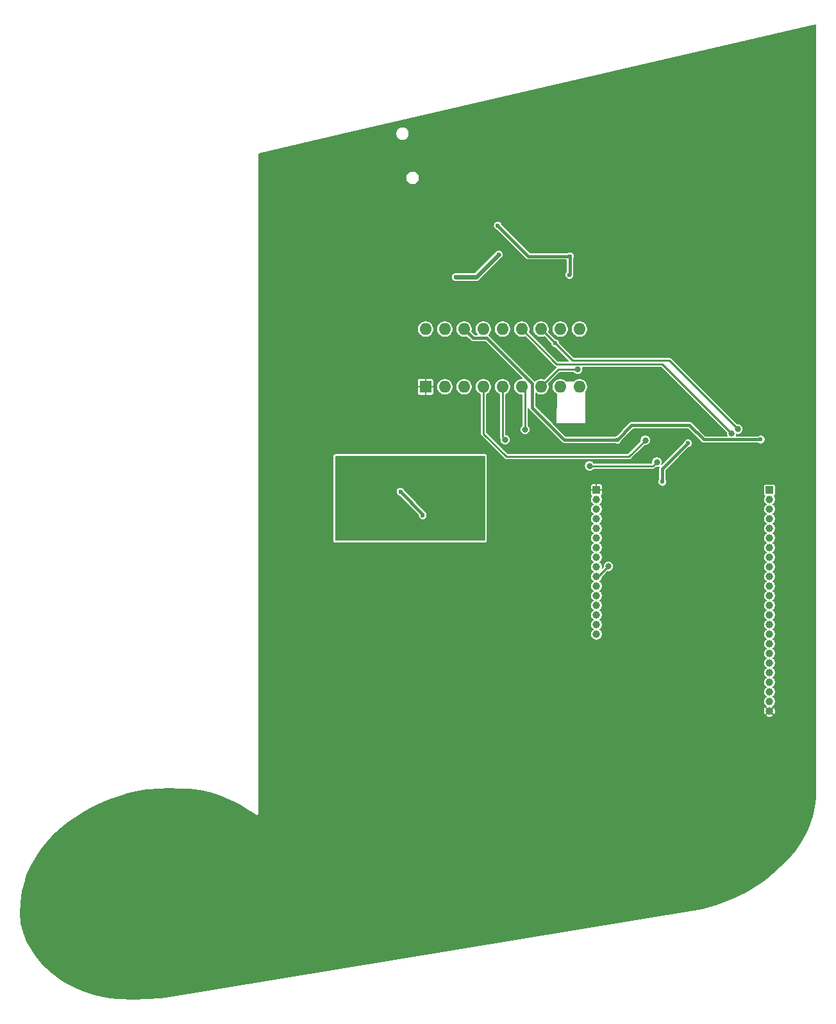
<source format=gbr>
%TF.GenerationSoftware,KiCad,Pcbnew,(5.1.8)-1*%
%TF.CreationDate,2020-12-26T14:40:11+03:00*%
%TF.ProjectId,mesp240_opll,6d657370-3234-4305-9f6f-706c6c2e6b69,rev?*%
%TF.SameCoordinates,Original*%
%TF.FileFunction,Copper,L2,Bot*%
%TF.FilePolarity,Positive*%
%FSLAX46Y46*%
G04 Gerber Fmt 4.6, Leading zero omitted, Abs format (unit mm)*
G04 Created by KiCad (PCBNEW (5.1.8)-1) date 2020-12-26 14:40:11*
%MOMM*%
%LPD*%
G01*
G04 APERTURE LIST*
%TA.AperFunction,ComponentPad*%
%ADD10C,1.000000*%
%TD*%
%TA.AperFunction,ComponentPad*%
%ADD11R,1.000000X1.000000*%
%TD*%
%TA.AperFunction,ComponentPad*%
%ADD12O,1.600000X1.600000*%
%TD*%
%TA.AperFunction,ComponentPad*%
%ADD13R,1.600000X1.600000*%
%TD*%
%TA.AperFunction,ViaPad*%
%ADD14C,0.600000*%
%TD*%
%TA.AperFunction,ViaPad*%
%ADD15C,0.800000*%
%TD*%
%TA.AperFunction,Conductor*%
%ADD16C,0.400000*%
%TD*%
%TA.AperFunction,Conductor*%
%ADD17C,0.600000*%
%TD*%
%TA.AperFunction,Conductor*%
%ADD18C,0.250000*%
%TD*%
%TA.AperFunction,Conductor*%
%ADD19C,0.200000*%
%TD*%
%TA.AperFunction,Conductor*%
%ADD20C,0.100000*%
%TD*%
G04 APERTURE END LIST*
D10*
%TO.P,U1,24R*%
%TO.N,GND*%
X263423000Y-118671000D03*
%TO.P,U1,23R*%
%TO.N,N/C*%
X263423000Y-117401000D03*
%TO.P,U1,22R*%
%TO.N,+3V3*%
X263423000Y-116131000D03*
%TO.P,U1,21R*%
%TO.N,N/C*%
X263423000Y-114861000D03*
%TO.P,U1,20R*%
X263423000Y-113591000D03*
%TO.P,U1,19R*%
X263423000Y-112321000D03*
%TO.P,U1,18R*%
X263423000Y-111051000D03*
%TO.P,U1,17R*%
X263423000Y-109781000D03*
%TO.P,U1,16R*%
X263423000Y-108511000D03*
%TO.P,U1,15R*%
X263423000Y-107241000D03*
%TO.P,U1,14R*%
X263423000Y-105971000D03*
%TO.P,U1,13R*%
X263423000Y-104701000D03*
%TO.P,U1,12R*%
X263423000Y-103431000D03*
%TO.P,U1,11R*%
X263423000Y-102161000D03*
%TO.P,U1,10R*%
X263423000Y-100891000D03*
%TO.P,U1,9R*%
X263423000Y-99621000D03*
%TO.P,U1,8R*%
X263423000Y-98351000D03*
%TO.P,U1,7R*%
X263423000Y-97081000D03*
%TO.P,U1,6R*%
X263423000Y-95811000D03*
%TO.P,U1,5R*%
%TO.N,~LWE*%
X263423000Y-94541000D03*
%TO.P,U1,4R*%
%TO.N,N/C*%
X263423000Y-93271000D03*
%TO.P,U1,3R*%
X263423000Y-92001000D03*
%TO.P,U1,2R*%
%TO.N,~LIC*%
X263423000Y-90731000D03*
D11*
%TO.P,U1,1R*%
%TO.N,~LCS*%
X263423000Y-89461000D03*
D10*
%TO.P,U1,16L*%
%TO.N,N/C*%
X240563000Y-108511000D03*
%TO.P,U1,15L*%
X240563000Y-107241000D03*
%TO.P,U1,14L*%
X240563000Y-105971000D03*
%TO.P,U1,13L*%
X240563000Y-104701000D03*
%TO.P,U1,12L*%
X240563000Y-103431000D03*
%TO.P,U1,11L*%
%TO.N,LA0*%
X240563000Y-102161000D03*
%TO.P,U1,10L*%
%TO.N,LD7*%
X240563000Y-100891000D03*
%TO.P,U1,9L*%
%TO.N,LD6*%
X240563000Y-99621000D03*
%TO.P,U1,8L*%
%TO.N,LD5*%
X240563000Y-98351000D03*
%TO.P,U1,7L*%
%TO.N,LD4*%
X240563000Y-97081000D03*
%TO.P,U1,6L*%
%TO.N,LD3*%
X240563000Y-95811000D03*
%TO.P,U1,5L*%
%TO.N,LD2*%
X240563000Y-94541000D03*
%TO.P,U1,4L*%
%TO.N,LD1*%
X240563000Y-93271000D03*
%TO.P,U1,3L*%
%TO.N,LD0*%
X240563000Y-92001000D03*
%TO.P,U1,2L*%
%TO.N,+3V3*%
X240563000Y-90731000D03*
D11*
%TO.P,U1,1L*%
%TO.N,GND*%
X240563000Y-89461000D03*
%TD*%
D12*
%TO.P,U3,18*%
%TO.N,/D1*%
X218008000Y-68224400D03*
%TO.P,U3,9*%
%TO.N,Net-(C3-Pad1)*%
X238328000Y-75844400D03*
%TO.P,U3,17*%
%TO.N,/D0*%
X220548000Y-68224400D03*
%TO.P,U3,8*%
%TO.N,Net-(C2-Pad1)*%
X235788000Y-75844400D03*
%TO.P,U3,16*%
%TO.N,+5V*%
X223088000Y-68224400D03*
%TO.P,U3,7*%
%TO.N,/D7*%
X233248000Y-75844400D03*
%TO.P,U3,15*%
%TO.N,Net-(R17-Pad2)*%
X225628000Y-68224400D03*
%TO.P,U3,6*%
%TO.N,/D6*%
X230708000Y-75844400D03*
%TO.P,U3,14*%
%TO.N,Net-(R18-Pad2)*%
X228168000Y-68224400D03*
%TO.P,U3,5*%
%TO.N,/D5*%
X228168000Y-75844400D03*
%TO.P,U3,13*%
%TO.N,~IC*%
X230708000Y-68224400D03*
%TO.P,U3,4*%
%TO.N,/D4*%
X225628000Y-75844400D03*
%TO.P,U3,12*%
%TO.N,~CS*%
X233248000Y-68224400D03*
%TO.P,U3,3*%
%TO.N,/D3*%
X223088000Y-75844400D03*
%TO.P,U3,11*%
%TO.N,~WE*%
X235788000Y-68224400D03*
%TO.P,U3,2*%
%TO.N,/D2*%
X220548000Y-75844400D03*
%TO.P,U3,10*%
%TO.N,A0*%
X238328000Y-68224400D03*
D13*
%TO.P,U3,1*%
%TO.N,GND*%
X218008000Y-75844400D03*
%TD*%
D14*
%TO.N,GND*%
X238074200Y-58826400D03*
X240690400Y-79121000D03*
X264210800Y-81889600D03*
X233489182Y-79032418D03*
X223113600Y-64541400D03*
X251536200Y-81864200D03*
X249555000Y-82981800D03*
X258927600Y-85420200D03*
X259994400Y-79222600D03*
X256565400Y-94996000D03*
X247929400Y-70078600D03*
X256413000Y-81661000D03*
X261188200Y-92303600D03*
X259181600Y-89382600D03*
X242036600Y-90779600D03*
X227152200Y-90576400D03*
X227761800Y-93192600D03*
X229819200Y-92430600D03*
X229158800Y-89458800D03*
X231394000Y-89509600D03*
X231673400Y-92278200D03*
X233095800Y-89408000D03*
X233502200Y-92252800D03*
X235280200Y-89433400D03*
X235686600Y-92303600D03*
X237439200Y-89230200D03*
X237947200Y-92430600D03*
X239115600Y-89535000D03*
X239064800Y-92329000D03*
X205689200Y-84023200D03*
X207899000Y-84023200D03*
X205714600Y-82753200D03*
X208051400Y-82524600D03*
X205613000Y-80797400D03*
X208229200Y-80340200D03*
X205028800Y-78232000D03*
X208610200Y-77546200D03*
X207086200Y-74472800D03*
X210210400Y-74625200D03*
X209702400Y-71577200D03*
X212699600Y-72618600D03*
X212699600Y-68529200D03*
X215747600Y-68961000D03*
X216230200Y-65151000D03*
X219506800Y-65913000D03*
X218389200Y-62560200D03*
X220522800Y-64236600D03*
X223494600Y-62941200D03*
X216916000Y-59791600D03*
X217449400Y-56337200D03*
X216712800Y-54381400D03*
X214122000Y-53975000D03*
X212191600Y-51968400D03*
X215417400Y-51104800D03*
X218211400Y-51257200D03*
X220776800Y-51435000D03*
X222935800Y-51562000D03*
X225069400Y-51460400D03*
X227584000Y-52400200D03*
X224993200Y-54737000D03*
X221818200Y-54686200D03*
X213106000Y-47955200D03*
X209626200Y-50596800D03*
X217652600Y-41351200D03*
X214172800Y-44983400D03*
X219659200Y-45567600D03*
X222631000Y-40462200D03*
X223189800Y-45593000D03*
X227609400Y-41198800D03*
X226136200Y-45516800D03*
X229666800Y-43992800D03*
X228600000Y-47650400D03*
X232257600Y-46685200D03*
X231419400Y-49860200D03*
X234619800Y-48615600D03*
X232918000Y-51968400D03*
X236982000Y-50952400D03*
X233349800Y-54483000D03*
X237744000Y-54305200D03*
X232816400Y-57429400D03*
X232664000Y-59994800D03*
X238810800Y-61290200D03*
X239674400Y-59283600D03*
X237896400Y-56032400D03*
X239344200Y-57480200D03*
X236296200Y-62712600D03*
X229641400Y-63169800D03*
X227330000Y-63144400D03*
X232003600Y-65405000D03*
X234188000Y-65659000D03*
X238429800Y-65836800D03*
X241223800Y-66090800D03*
X245262400Y-65989200D03*
X247396000Y-66040000D03*
X249631200Y-67208400D03*
X252120400Y-69875400D03*
X254939800Y-72263000D03*
X257505200Y-74574400D03*
X259207000Y-76403200D03*
X241706400Y-70891400D03*
X244678200Y-70993000D03*
X237871000Y-70891400D03*
X242239800Y-74269600D03*
X245999000Y-74371200D03*
X248818400Y-74752200D03*
X251002800Y-76606400D03*
X253492000Y-78917800D03*
X249732800Y-79730600D03*
X246608600Y-79552800D03*
X244373400Y-77495400D03*
X242189000Y-75641200D03*
X242239800Y-81457800D03*
X237871000Y-81889600D03*
X254000000Y-89077800D03*
X257022600Y-92049600D03*
X259638800Y-94234000D03*
X261950200Y-95986600D03*
X261518400Y-88519000D03*
X263753600Y-87630000D03*
X262839200Y-84861400D03*
X247116600Y-87731600D03*
X230174800Y-86410800D03*
X227177600Y-84937600D03*
X251409200Y-93954600D03*
X254381000Y-95681800D03*
X251206000Y-98475800D03*
X254381000Y-100355400D03*
X251612400Y-102489000D03*
X254355600Y-103657400D03*
X251256800Y-105638600D03*
X255016000Y-106705400D03*
X254355600Y-109143800D03*
X257429000Y-109296200D03*
X256692400Y-111683800D03*
X260121400Y-112014000D03*
X259791200Y-114833400D03*
X262128000Y-113817400D03*
X261747000Y-116662200D03*
X261442200Y-99161600D03*
X261188200Y-104394000D03*
X261188200Y-109143800D03*
X266242800Y-114223800D03*
X266471400Y-105054400D03*
X266598400Y-98882200D03*
X266649200Y-91490800D03*
X237947200Y-94894400D03*
X238226600Y-98882200D03*
X238074200Y-103327200D03*
X238226600Y-107797600D03*
X237972600Y-110947200D03*
X241020600Y-111328200D03*
X243636800Y-110744000D03*
X243027200Y-106857800D03*
X243509800Y-101904800D03*
X247726200Y-98501200D03*
X250215400Y-95351600D03*
X221259400Y-72186800D03*
X224688400Y-72288400D03*
X231495600Y-72034400D03*
X223621600Y-78308200D03*
X217449400Y-79959200D03*
X215214200Y-73609200D03*
X220268800Y-82854800D03*
X224231200Y-83515200D03*
X204851000Y-87884000D03*
%TO.N,+3V3*%
X249275600Y-88392000D03*
X217627200Y-92811600D03*
X214680800Y-89687400D03*
X252653800Y-83286598D03*
%TO.N,+5V*%
X262255000Y-82804000D03*
X243332000Y-82829400D03*
X227685600Y-58369200D03*
X221970600Y-61341000D03*
%TO.N,Net-(C9-Pad2)*%
X237058200Y-58597800D03*
X237007400Y-61061600D03*
X227533200Y-54559200D03*
D15*
%TO.N,~IC*%
X258431482Y-82003990D03*
%TO.N,/D7*%
X238091100Y-73544378D03*
%TO.N,LD7*%
X242148300Y-99549100D03*
%TO.N,~CS*%
X259250205Y-81429781D03*
D14*
X235127700Y-70104100D03*
D15*
%TO.N,/D6*%
X248546200Y-85782900D03*
X239664500Y-86297610D03*
X231140000Y-81497010D03*
%TO.N,/D5*%
X228498400Y-82829400D03*
%TO.N,/D4*%
X247029900Y-82892810D03*
D14*
%TO.N,GNDA*%
X216509600Y-93980000D03*
X223926400Y-95046800D03*
X211429600Y-86969600D03*
X217779600Y-94208600D03*
X219202000Y-94208600D03*
X220700600Y-94284800D03*
X222173800Y-94310200D03*
X223545400Y-94284800D03*
X214782400Y-94132400D03*
X212902800Y-94107000D03*
X211150200Y-94132400D03*
X209397600Y-94183200D03*
X208026000Y-94183200D03*
X207314800Y-94030800D03*
X207365600Y-92913200D03*
X207314800Y-91490800D03*
X207340200Y-89941400D03*
X207797400Y-86182200D03*
X209575400Y-86283800D03*
X213766400Y-86131400D03*
X216001600Y-86131400D03*
X217982800Y-86156800D03*
X220116400Y-86182200D03*
X221843600Y-86207600D03*
X223799400Y-86258400D03*
X224358200Y-87960200D03*
X224358200Y-89357200D03*
%TD*%
D16*
%TO.N,GND*%
X250418600Y-82981800D02*
X251536200Y-81864200D01*
X249555000Y-82981800D02*
X250418600Y-82981800D01*
%TO.N,+3V3*%
X217627200Y-92633800D02*
X217627200Y-92811600D01*
X214680800Y-89687400D02*
X217627200Y-92633800D01*
X249275600Y-88392000D02*
X249275600Y-86664798D01*
X249275600Y-86664798D02*
X252653800Y-83286598D01*
%TO.N,+5V*%
X232047999Y-75408397D02*
X232047999Y-78581199D01*
X226064003Y-69424401D02*
X232047999Y-75408397D01*
X224288001Y-69424401D02*
X226064003Y-69424401D01*
X223088000Y-68224400D02*
X224288001Y-69424401D01*
X236296200Y-82829400D02*
X243332000Y-82829400D01*
X232047999Y-78581199D02*
X236296200Y-82829400D01*
D17*
X224713800Y-61341000D02*
X221970600Y-61341000D01*
X227685600Y-58369200D02*
X224713800Y-61341000D01*
D16*
X245237000Y-80924400D02*
X243332000Y-82829400D01*
X252857000Y-80924400D02*
X245237000Y-80924400D01*
X254736600Y-82804000D02*
X252857000Y-80924400D01*
X262255000Y-82804000D02*
X254736600Y-82804000D01*
%TO.N,Net-(C9-Pad2)*%
X237058200Y-61010800D02*
X237007400Y-61061600D01*
X237058200Y-58597800D02*
X237058200Y-61010800D01*
X231571800Y-58597800D02*
X237058200Y-58597800D01*
X227533200Y-54559200D02*
X231571800Y-58597800D01*
D18*
%TO.N,~IC*%
X235302976Y-72819376D02*
X249246868Y-72819376D01*
X230708000Y-68224400D02*
X235302976Y-72819376D01*
X249246868Y-72819376D02*
X258431482Y-82003990D01*
%TO.N,/D7*%
X233222800Y-75844400D02*
X235522822Y-73544378D01*
X235522822Y-73544378D02*
X237525415Y-73544378D01*
X237525415Y-73544378D02*
X238091100Y-73544378D01*
%TO.N,LD7*%
X240563000Y-100891000D02*
X240806400Y-100891000D01*
X240806400Y-100891000D02*
X242148300Y-99549100D01*
%TO.N,~CS*%
X250189789Y-72369365D02*
X259250205Y-81429781D01*
X233248000Y-68224400D02*
X235127700Y-70104100D01*
X237392965Y-72369365D02*
X250189789Y-72369365D01*
X235127700Y-70104100D02*
X237392965Y-72369365D01*
%TO.N,/D6*%
X248031490Y-86297610D02*
X239664500Y-86297610D01*
X248546200Y-85782900D02*
X248031490Y-86297610D01*
X230733600Y-75844400D02*
X231140000Y-76250800D01*
X231140000Y-76250800D02*
X231140000Y-81497010D01*
%TO.N,/D5*%
X228168000Y-75844400D02*
X228168000Y-82499000D01*
X228168000Y-82499000D02*
X228498400Y-82829400D01*
%TO.N,/D4*%
X244869709Y-85053001D02*
X247029900Y-82892810D01*
X225653600Y-82048202D02*
X228658399Y-85053001D01*
X225653600Y-75844400D02*
X225653600Y-82048202D01*
X228658399Y-85053001D02*
X244869709Y-85053001D01*
%TD*%
D19*
%TO.N,GND*%
X269491981Y-130117879D02*
X269297403Y-131388790D01*
X269034317Y-132515593D01*
X268570360Y-133981900D01*
X268229694Y-134709466D01*
X267561708Y-135910847D01*
X266673610Y-137244240D01*
X266044638Y-137991146D01*
X265387310Y-138660876D01*
X264110341Y-139832270D01*
X262712343Y-140988888D01*
X262057217Y-141473434D01*
X260875872Y-142219547D01*
X259984183Y-142669077D01*
X259984081Y-142669116D01*
X259968078Y-142677196D01*
X259953575Y-142684507D01*
X259953491Y-142684560D01*
X258940422Y-143196037D01*
X257650403Y-143717054D01*
X256290238Y-144223046D01*
X254471066Y-144722133D01*
X183634383Y-156426689D01*
X182852130Y-156503673D01*
X181294060Y-156599477D01*
X179440512Y-156657321D01*
X177549817Y-156574351D01*
X176238404Y-156469638D01*
X174338682Y-156114527D01*
X172512417Y-155485895D01*
X170912970Y-154752297D01*
X169980524Y-154228561D01*
X168573211Y-153133985D01*
X167434230Y-152074239D01*
X166671120Y-151131430D01*
X166018405Y-150179554D01*
X165383470Y-149017969D01*
X164959439Y-147886400D01*
X164611283Y-146725069D01*
X164528297Y-145338712D01*
X164570496Y-143946148D01*
X164753497Y-142492036D01*
X165058354Y-141332097D01*
X165382332Y-140266187D01*
X165856689Y-139228993D01*
X166446120Y-138181944D01*
X167115187Y-137149741D01*
X167700665Y-136398047D01*
X168283735Y-135712817D01*
X168937461Y-135026655D01*
X169607854Y-134378693D01*
X170275488Y-133807854D01*
X171025569Y-133236603D01*
X172117534Y-132512801D01*
X173123355Y-131903290D01*
X174250642Y-131287041D01*
X175355382Y-130763350D01*
X176377641Y-130365945D01*
X177675669Y-129905599D01*
X178611585Y-129621837D01*
X179781102Y-129351948D01*
X181204690Y-129090167D01*
X182776396Y-128977724D01*
X184138118Y-128932501D01*
X185576283Y-128952615D01*
X186660915Y-129007980D01*
X187420703Y-129062605D01*
X188606366Y-129242925D01*
X189331459Y-129440014D01*
X189335456Y-129441425D01*
X189348007Y-129444512D01*
X189360523Y-129447914D01*
X189364717Y-129448622D01*
X190122323Y-129634959D01*
X190882374Y-129893229D01*
X191678862Y-130221342D01*
X192286572Y-130476430D01*
X192837842Y-130742222D01*
X193404466Y-131058939D01*
X194168476Y-131524860D01*
X194848263Y-131971436D01*
X194851195Y-131973703D01*
X194862579Y-131980841D01*
X194873876Y-131988262D01*
X194877177Y-131989993D01*
X195486959Y-132372318D01*
X195496371Y-132380042D01*
X195516083Y-132390578D01*
X195520400Y-132393285D01*
X195531256Y-132398688D01*
X195557174Y-132412542D01*
X195562077Y-132414029D01*
X195566659Y-132416310D01*
X195595018Y-132424022D01*
X195623149Y-132432555D01*
X195628244Y-132433057D01*
X195633187Y-132434401D01*
X195662499Y-132436431D01*
X195691760Y-132439313D01*
X195696862Y-132438811D01*
X195701966Y-132439164D01*
X195731111Y-132435437D01*
X195760372Y-132432555D01*
X195765271Y-132431069D01*
X195770353Y-132430419D01*
X195798217Y-132421075D01*
X195826347Y-132412542D01*
X195830867Y-132410126D01*
X195835719Y-132408499D01*
X195861212Y-132393906D01*
X195887150Y-132380042D01*
X195891111Y-132376791D01*
X195895554Y-132374248D01*
X195917704Y-132354968D01*
X195940445Y-132336305D01*
X195943698Y-132332341D01*
X195947556Y-132328983D01*
X195965526Y-132305743D01*
X195984182Y-132283010D01*
X195986596Y-132278494D01*
X195989729Y-132274442D01*
X196002822Y-132248138D01*
X196016682Y-132222207D01*
X196018170Y-132217302D01*
X196020450Y-132212721D01*
X196028159Y-132184372D01*
X196036695Y-132156232D01*
X196037197Y-132151135D01*
X196038541Y-132146193D01*
X196040572Y-132116869D01*
X196041760Y-132104809D01*
X196041760Y-132099720D01*
X196043305Y-132077414D01*
X196041760Y-132065333D01*
X196041760Y-119204089D01*
X262904054Y-119204089D01*
X262946810Y-119343432D01*
X263087145Y-119423412D01*
X263240386Y-119474476D01*
X263400646Y-119494663D01*
X263561764Y-119483198D01*
X263717550Y-119440520D01*
X263862016Y-119368271D01*
X263899190Y-119343432D01*
X263941946Y-119204089D01*
X263423000Y-118685142D01*
X262904054Y-119204089D01*
X196041760Y-119204089D01*
X196041760Y-118648646D01*
X262599337Y-118648646D01*
X262610802Y-118809764D01*
X262653480Y-118965550D01*
X262725729Y-119110016D01*
X262750568Y-119147190D01*
X262889911Y-119189946D01*
X263408858Y-118671000D01*
X263437142Y-118671000D01*
X263956089Y-119189946D01*
X264095432Y-119147190D01*
X264175412Y-119006855D01*
X264226476Y-118853614D01*
X264246663Y-118693354D01*
X264235198Y-118532236D01*
X264192520Y-118376450D01*
X264120271Y-118231984D01*
X264095432Y-118194810D01*
X263956089Y-118152054D01*
X263437142Y-118671000D01*
X263408858Y-118671000D01*
X262889911Y-118152054D01*
X262750568Y-118194810D01*
X262670588Y-118335145D01*
X262619524Y-118488386D01*
X262599337Y-118648646D01*
X196041760Y-118648646D01*
X196041760Y-84963000D01*
X205744800Y-84963000D01*
X205744800Y-96164400D01*
X205750564Y-96222927D01*
X205767636Y-96279205D01*
X205795359Y-96331071D01*
X205832668Y-96376532D01*
X205878129Y-96413841D01*
X205929995Y-96441564D01*
X205986273Y-96458636D01*
X206044800Y-96464400D01*
X225882200Y-96464400D01*
X225940727Y-96458636D01*
X225997005Y-96441564D01*
X226048871Y-96413841D01*
X226094332Y-96376532D01*
X226131641Y-96331071D01*
X226159364Y-96279205D01*
X226176436Y-96222927D01*
X226182200Y-96164400D01*
X226182200Y-89961000D01*
X239741452Y-89961000D01*
X239747630Y-90023731D01*
X239765928Y-90084051D01*
X239795643Y-90139642D01*
X239835631Y-90188369D01*
X239884358Y-90228357D01*
X239922928Y-90248974D01*
X239854049Y-90352058D01*
X239793743Y-90497649D01*
X239763000Y-90652207D01*
X239763000Y-90809793D01*
X239793743Y-90964351D01*
X239854049Y-91109942D01*
X239941599Y-91240970D01*
X240053030Y-91352401D01*
X240073382Y-91366000D01*
X240053030Y-91379599D01*
X239941599Y-91491030D01*
X239854049Y-91622058D01*
X239793743Y-91767649D01*
X239763000Y-91922207D01*
X239763000Y-92079793D01*
X239793743Y-92234351D01*
X239854049Y-92379942D01*
X239941599Y-92510970D01*
X240053030Y-92622401D01*
X240073382Y-92636000D01*
X240053030Y-92649599D01*
X239941599Y-92761030D01*
X239854049Y-92892058D01*
X239793743Y-93037649D01*
X239763000Y-93192207D01*
X239763000Y-93349793D01*
X239793743Y-93504351D01*
X239854049Y-93649942D01*
X239941599Y-93780970D01*
X240053030Y-93892401D01*
X240073382Y-93906000D01*
X240053030Y-93919599D01*
X239941599Y-94031030D01*
X239854049Y-94162058D01*
X239793743Y-94307649D01*
X239763000Y-94462207D01*
X239763000Y-94619793D01*
X239793743Y-94774351D01*
X239854049Y-94919942D01*
X239941599Y-95050970D01*
X240053030Y-95162401D01*
X240073382Y-95176000D01*
X240053030Y-95189599D01*
X239941599Y-95301030D01*
X239854049Y-95432058D01*
X239793743Y-95577649D01*
X239763000Y-95732207D01*
X239763000Y-95889793D01*
X239793743Y-96044351D01*
X239854049Y-96189942D01*
X239941599Y-96320970D01*
X240053030Y-96432401D01*
X240073382Y-96446000D01*
X240053030Y-96459599D01*
X239941599Y-96571030D01*
X239854049Y-96702058D01*
X239793743Y-96847649D01*
X239763000Y-97002207D01*
X239763000Y-97159793D01*
X239793743Y-97314351D01*
X239854049Y-97459942D01*
X239941599Y-97590970D01*
X240053030Y-97702401D01*
X240073382Y-97716000D01*
X240053030Y-97729599D01*
X239941599Y-97841030D01*
X239854049Y-97972058D01*
X239793743Y-98117649D01*
X239763000Y-98272207D01*
X239763000Y-98429793D01*
X239793743Y-98584351D01*
X239854049Y-98729942D01*
X239941599Y-98860970D01*
X240053030Y-98972401D01*
X240073382Y-98986000D01*
X240053030Y-98999599D01*
X239941599Y-99111030D01*
X239854049Y-99242058D01*
X239793743Y-99387649D01*
X239763000Y-99542207D01*
X239763000Y-99699793D01*
X239793743Y-99854351D01*
X239854049Y-99999942D01*
X239941599Y-100130970D01*
X240053030Y-100242401D01*
X240073382Y-100256000D01*
X240053030Y-100269599D01*
X239941599Y-100381030D01*
X239854049Y-100512058D01*
X239793743Y-100657649D01*
X239763000Y-100812207D01*
X239763000Y-100969793D01*
X239793743Y-101124351D01*
X239854049Y-101269942D01*
X239941599Y-101400970D01*
X240053030Y-101512401D01*
X240073382Y-101526000D01*
X240053030Y-101539599D01*
X239941599Y-101651030D01*
X239854049Y-101782058D01*
X239793743Y-101927649D01*
X239763000Y-102082207D01*
X239763000Y-102239793D01*
X239793743Y-102394351D01*
X239854049Y-102539942D01*
X239941599Y-102670970D01*
X240053030Y-102782401D01*
X240073382Y-102796000D01*
X240053030Y-102809599D01*
X239941599Y-102921030D01*
X239854049Y-103052058D01*
X239793743Y-103197649D01*
X239763000Y-103352207D01*
X239763000Y-103509793D01*
X239793743Y-103664351D01*
X239854049Y-103809942D01*
X239941599Y-103940970D01*
X240053030Y-104052401D01*
X240073382Y-104066000D01*
X240053030Y-104079599D01*
X239941599Y-104191030D01*
X239854049Y-104322058D01*
X239793743Y-104467649D01*
X239763000Y-104622207D01*
X239763000Y-104779793D01*
X239793743Y-104934351D01*
X239854049Y-105079942D01*
X239941599Y-105210970D01*
X240053030Y-105322401D01*
X240073382Y-105336000D01*
X240053030Y-105349599D01*
X239941599Y-105461030D01*
X239854049Y-105592058D01*
X239793743Y-105737649D01*
X239763000Y-105892207D01*
X239763000Y-106049793D01*
X239793743Y-106204351D01*
X239854049Y-106349942D01*
X239941599Y-106480970D01*
X240053030Y-106592401D01*
X240073382Y-106606000D01*
X240053030Y-106619599D01*
X239941599Y-106731030D01*
X239854049Y-106862058D01*
X239793743Y-107007649D01*
X239763000Y-107162207D01*
X239763000Y-107319793D01*
X239793743Y-107474351D01*
X239854049Y-107619942D01*
X239941599Y-107750970D01*
X240053030Y-107862401D01*
X240073382Y-107876000D01*
X240053030Y-107889599D01*
X239941599Y-108001030D01*
X239854049Y-108132058D01*
X239793743Y-108277649D01*
X239763000Y-108432207D01*
X239763000Y-108589793D01*
X239793743Y-108744351D01*
X239854049Y-108889942D01*
X239941599Y-109020970D01*
X240053030Y-109132401D01*
X240184058Y-109219951D01*
X240329649Y-109280257D01*
X240484207Y-109311000D01*
X240641793Y-109311000D01*
X240796351Y-109280257D01*
X240941942Y-109219951D01*
X241072970Y-109132401D01*
X241184401Y-109020970D01*
X241271951Y-108889942D01*
X241332257Y-108744351D01*
X241363000Y-108589793D01*
X241363000Y-108432207D01*
X241332257Y-108277649D01*
X241271951Y-108132058D01*
X241184401Y-108001030D01*
X241072970Y-107889599D01*
X241052618Y-107876000D01*
X241072970Y-107862401D01*
X241184401Y-107750970D01*
X241271951Y-107619942D01*
X241332257Y-107474351D01*
X241363000Y-107319793D01*
X241363000Y-107162207D01*
X241332257Y-107007649D01*
X241271951Y-106862058D01*
X241184401Y-106731030D01*
X241072970Y-106619599D01*
X241052618Y-106606000D01*
X241072970Y-106592401D01*
X241184401Y-106480970D01*
X241271951Y-106349942D01*
X241332257Y-106204351D01*
X241363000Y-106049793D01*
X241363000Y-105892207D01*
X241332257Y-105737649D01*
X241271951Y-105592058D01*
X241184401Y-105461030D01*
X241072970Y-105349599D01*
X241052618Y-105336000D01*
X241072970Y-105322401D01*
X241184401Y-105210970D01*
X241271951Y-105079942D01*
X241332257Y-104934351D01*
X241363000Y-104779793D01*
X241363000Y-104622207D01*
X241332257Y-104467649D01*
X241271951Y-104322058D01*
X241184401Y-104191030D01*
X241072970Y-104079599D01*
X241052618Y-104066000D01*
X241072970Y-104052401D01*
X241184401Y-103940970D01*
X241271951Y-103809942D01*
X241332257Y-103664351D01*
X241363000Y-103509793D01*
X241363000Y-103352207D01*
X241332257Y-103197649D01*
X241271951Y-103052058D01*
X241184401Y-102921030D01*
X241072970Y-102809599D01*
X241052618Y-102796000D01*
X241072970Y-102782401D01*
X241184401Y-102670970D01*
X241271951Y-102539942D01*
X241332257Y-102394351D01*
X241363000Y-102239793D01*
X241363000Y-102082207D01*
X241332257Y-101927649D01*
X241271951Y-101782058D01*
X241184401Y-101651030D01*
X241072970Y-101539599D01*
X241052618Y-101526000D01*
X241072970Y-101512401D01*
X241184401Y-101400970D01*
X241271951Y-101269942D01*
X241332257Y-101124351D01*
X241363000Y-100969793D01*
X241363000Y-100935440D01*
X242054321Y-100244120D01*
X242079356Y-100249100D01*
X242217244Y-100249100D01*
X242352482Y-100222199D01*
X242479874Y-100169432D01*
X242594524Y-100092826D01*
X242692026Y-99995324D01*
X242768632Y-99880674D01*
X242821399Y-99753282D01*
X242848300Y-99618044D01*
X242848300Y-99480156D01*
X242821399Y-99344918D01*
X242768632Y-99217526D01*
X242692026Y-99102876D01*
X242594524Y-99005374D01*
X242479874Y-98928768D01*
X242352482Y-98876001D01*
X242217244Y-98849100D01*
X242079356Y-98849100D01*
X241944118Y-98876001D01*
X241816726Y-98928768D01*
X241702076Y-99005374D01*
X241604574Y-99102876D01*
X241527968Y-99217526D01*
X241475201Y-99344918D01*
X241448300Y-99480156D01*
X241448300Y-99618044D01*
X241453280Y-99643079D01*
X241354666Y-99741694D01*
X241363000Y-99699793D01*
X241363000Y-99542207D01*
X241332257Y-99387649D01*
X241271951Y-99242058D01*
X241184401Y-99111030D01*
X241072970Y-98999599D01*
X241052618Y-98986000D01*
X241072970Y-98972401D01*
X241184401Y-98860970D01*
X241271951Y-98729942D01*
X241332257Y-98584351D01*
X241363000Y-98429793D01*
X241363000Y-98272207D01*
X241332257Y-98117649D01*
X241271951Y-97972058D01*
X241184401Y-97841030D01*
X241072970Y-97729599D01*
X241052618Y-97716000D01*
X241072970Y-97702401D01*
X241184401Y-97590970D01*
X241271951Y-97459942D01*
X241332257Y-97314351D01*
X241363000Y-97159793D01*
X241363000Y-97002207D01*
X241332257Y-96847649D01*
X241271951Y-96702058D01*
X241184401Y-96571030D01*
X241072970Y-96459599D01*
X241052618Y-96446000D01*
X241072970Y-96432401D01*
X241184401Y-96320970D01*
X241271951Y-96189942D01*
X241332257Y-96044351D01*
X241363000Y-95889793D01*
X241363000Y-95732207D01*
X241332257Y-95577649D01*
X241271951Y-95432058D01*
X241184401Y-95301030D01*
X241072970Y-95189599D01*
X241052618Y-95176000D01*
X241072970Y-95162401D01*
X241184401Y-95050970D01*
X241271951Y-94919942D01*
X241332257Y-94774351D01*
X241363000Y-94619793D01*
X241363000Y-94462207D01*
X241332257Y-94307649D01*
X241271951Y-94162058D01*
X241184401Y-94031030D01*
X241072970Y-93919599D01*
X241052618Y-93906000D01*
X241072970Y-93892401D01*
X241184401Y-93780970D01*
X241271951Y-93649942D01*
X241332257Y-93504351D01*
X241363000Y-93349793D01*
X241363000Y-93192207D01*
X241332257Y-93037649D01*
X241271951Y-92892058D01*
X241184401Y-92761030D01*
X241072970Y-92649599D01*
X241052618Y-92636000D01*
X241072970Y-92622401D01*
X241184401Y-92510970D01*
X241271951Y-92379942D01*
X241332257Y-92234351D01*
X241363000Y-92079793D01*
X241363000Y-91922207D01*
X241332257Y-91767649D01*
X241271951Y-91622058D01*
X241184401Y-91491030D01*
X241072970Y-91379599D01*
X241052618Y-91366000D01*
X241072970Y-91352401D01*
X241184401Y-91240970D01*
X241271951Y-91109942D01*
X241332257Y-90964351D01*
X241363000Y-90809793D01*
X241363000Y-90652207D01*
X241332257Y-90497649D01*
X241271951Y-90352058D01*
X241203072Y-90248974D01*
X241241642Y-90228357D01*
X241290369Y-90188369D01*
X241330357Y-90139642D01*
X241360072Y-90084051D01*
X241378370Y-90023731D01*
X241384548Y-89961000D01*
X241383000Y-89551000D01*
X241303000Y-89471000D01*
X240573000Y-89471000D01*
X240573000Y-89491000D01*
X240553000Y-89491000D01*
X240553000Y-89471000D01*
X239823000Y-89471000D01*
X239743000Y-89551000D01*
X239741452Y-89961000D01*
X226182200Y-89961000D01*
X226182200Y-88961000D01*
X239741452Y-88961000D01*
X239743000Y-89371000D01*
X239823000Y-89451000D01*
X240553000Y-89451000D01*
X240553000Y-88721000D01*
X240573000Y-88721000D01*
X240573000Y-89451000D01*
X241303000Y-89451000D01*
X241383000Y-89371000D01*
X241384548Y-88961000D01*
X241378370Y-88898269D01*
X241360072Y-88837949D01*
X241330357Y-88782358D01*
X241290369Y-88733631D01*
X241241642Y-88693643D01*
X241186051Y-88663928D01*
X241125731Y-88645630D01*
X241063000Y-88639452D01*
X240653000Y-88641000D01*
X240573000Y-88721000D01*
X240553000Y-88721000D01*
X240473000Y-88641000D01*
X240063000Y-88639452D01*
X240000269Y-88645630D01*
X239939949Y-88663928D01*
X239884358Y-88693643D01*
X239835631Y-88733631D01*
X239795643Y-88782358D01*
X239765928Y-88837949D01*
X239747630Y-88898269D01*
X239741452Y-88961000D01*
X226182200Y-88961000D01*
X226182200Y-86228666D01*
X238964500Y-86228666D01*
X238964500Y-86366554D01*
X238991401Y-86501792D01*
X239044168Y-86629184D01*
X239120774Y-86743834D01*
X239218276Y-86841336D01*
X239332926Y-86917942D01*
X239460318Y-86970709D01*
X239595556Y-86997610D01*
X239733444Y-86997610D01*
X239868682Y-86970709D01*
X239996074Y-86917942D01*
X240110724Y-86841336D01*
X240208226Y-86743834D01*
X240222407Y-86722610D01*
X248010623Y-86722610D01*
X248031490Y-86724665D01*
X248052357Y-86722610D01*
X248052364Y-86722610D01*
X248114804Y-86716460D01*
X248194917Y-86692158D01*
X248268750Y-86652694D01*
X248333464Y-86599584D01*
X248346773Y-86583367D01*
X248452220Y-86477920D01*
X248477256Y-86482900D01*
X248615144Y-86482900D01*
X248750382Y-86455999D01*
X248840134Y-86418823D01*
X248811426Y-86472531D01*
X248782835Y-86566781D01*
X248773181Y-86664798D01*
X248775601Y-86689368D01*
X248775600Y-88060331D01*
X248743887Y-88107793D01*
X248698658Y-88216986D01*
X248675600Y-88332905D01*
X248675600Y-88451095D01*
X248698658Y-88567014D01*
X248743887Y-88676207D01*
X248809550Y-88774478D01*
X248893122Y-88858050D01*
X248991393Y-88923713D01*
X249100586Y-88968942D01*
X249216505Y-88992000D01*
X249334695Y-88992000D01*
X249450614Y-88968942D01*
X249469787Y-88961000D01*
X262621549Y-88961000D01*
X262621549Y-89961000D01*
X262627341Y-90019810D01*
X262644496Y-90076360D01*
X262672353Y-90128477D01*
X262709842Y-90174158D01*
X262755523Y-90211647D01*
X262794093Y-90232263D01*
X262714049Y-90352058D01*
X262653743Y-90497649D01*
X262623000Y-90652207D01*
X262623000Y-90809793D01*
X262653743Y-90964351D01*
X262714049Y-91109942D01*
X262801599Y-91240970D01*
X262913030Y-91352401D01*
X262933382Y-91366000D01*
X262913030Y-91379599D01*
X262801599Y-91491030D01*
X262714049Y-91622058D01*
X262653743Y-91767649D01*
X262623000Y-91922207D01*
X262623000Y-92079793D01*
X262653743Y-92234351D01*
X262714049Y-92379942D01*
X262801599Y-92510970D01*
X262913030Y-92622401D01*
X262933382Y-92636000D01*
X262913030Y-92649599D01*
X262801599Y-92761030D01*
X262714049Y-92892058D01*
X262653743Y-93037649D01*
X262623000Y-93192207D01*
X262623000Y-93349793D01*
X262653743Y-93504351D01*
X262714049Y-93649942D01*
X262801599Y-93780970D01*
X262913030Y-93892401D01*
X262933382Y-93906000D01*
X262913030Y-93919599D01*
X262801599Y-94031030D01*
X262714049Y-94162058D01*
X262653743Y-94307649D01*
X262623000Y-94462207D01*
X262623000Y-94619793D01*
X262653743Y-94774351D01*
X262714049Y-94919942D01*
X262801599Y-95050970D01*
X262913030Y-95162401D01*
X262933382Y-95176000D01*
X262913030Y-95189599D01*
X262801599Y-95301030D01*
X262714049Y-95432058D01*
X262653743Y-95577649D01*
X262623000Y-95732207D01*
X262623000Y-95889793D01*
X262653743Y-96044351D01*
X262714049Y-96189942D01*
X262801599Y-96320970D01*
X262913030Y-96432401D01*
X262933382Y-96446000D01*
X262913030Y-96459599D01*
X262801599Y-96571030D01*
X262714049Y-96702058D01*
X262653743Y-96847649D01*
X262623000Y-97002207D01*
X262623000Y-97159793D01*
X262653743Y-97314351D01*
X262714049Y-97459942D01*
X262801599Y-97590970D01*
X262913030Y-97702401D01*
X262933382Y-97716000D01*
X262913030Y-97729599D01*
X262801599Y-97841030D01*
X262714049Y-97972058D01*
X262653743Y-98117649D01*
X262623000Y-98272207D01*
X262623000Y-98429793D01*
X262653743Y-98584351D01*
X262714049Y-98729942D01*
X262801599Y-98860970D01*
X262913030Y-98972401D01*
X262933382Y-98986000D01*
X262913030Y-98999599D01*
X262801599Y-99111030D01*
X262714049Y-99242058D01*
X262653743Y-99387649D01*
X262623000Y-99542207D01*
X262623000Y-99699793D01*
X262653743Y-99854351D01*
X262714049Y-99999942D01*
X262801599Y-100130970D01*
X262913030Y-100242401D01*
X262933382Y-100256000D01*
X262913030Y-100269599D01*
X262801599Y-100381030D01*
X262714049Y-100512058D01*
X262653743Y-100657649D01*
X262623000Y-100812207D01*
X262623000Y-100969793D01*
X262653743Y-101124351D01*
X262714049Y-101269942D01*
X262801599Y-101400970D01*
X262913030Y-101512401D01*
X262933382Y-101526000D01*
X262913030Y-101539599D01*
X262801599Y-101651030D01*
X262714049Y-101782058D01*
X262653743Y-101927649D01*
X262623000Y-102082207D01*
X262623000Y-102239793D01*
X262653743Y-102394351D01*
X262714049Y-102539942D01*
X262801599Y-102670970D01*
X262913030Y-102782401D01*
X262933382Y-102796000D01*
X262913030Y-102809599D01*
X262801599Y-102921030D01*
X262714049Y-103052058D01*
X262653743Y-103197649D01*
X262623000Y-103352207D01*
X262623000Y-103509793D01*
X262653743Y-103664351D01*
X262714049Y-103809942D01*
X262801599Y-103940970D01*
X262913030Y-104052401D01*
X262933382Y-104066000D01*
X262913030Y-104079599D01*
X262801599Y-104191030D01*
X262714049Y-104322058D01*
X262653743Y-104467649D01*
X262623000Y-104622207D01*
X262623000Y-104779793D01*
X262653743Y-104934351D01*
X262714049Y-105079942D01*
X262801599Y-105210970D01*
X262913030Y-105322401D01*
X262933382Y-105336000D01*
X262913030Y-105349599D01*
X262801599Y-105461030D01*
X262714049Y-105592058D01*
X262653743Y-105737649D01*
X262623000Y-105892207D01*
X262623000Y-106049793D01*
X262653743Y-106204351D01*
X262714049Y-106349942D01*
X262801599Y-106480970D01*
X262913030Y-106592401D01*
X262933382Y-106606000D01*
X262913030Y-106619599D01*
X262801599Y-106731030D01*
X262714049Y-106862058D01*
X262653743Y-107007649D01*
X262623000Y-107162207D01*
X262623000Y-107319793D01*
X262653743Y-107474351D01*
X262714049Y-107619942D01*
X262801599Y-107750970D01*
X262913030Y-107862401D01*
X262933382Y-107876000D01*
X262913030Y-107889599D01*
X262801599Y-108001030D01*
X262714049Y-108132058D01*
X262653743Y-108277649D01*
X262623000Y-108432207D01*
X262623000Y-108589793D01*
X262653743Y-108744351D01*
X262714049Y-108889942D01*
X262801599Y-109020970D01*
X262913030Y-109132401D01*
X262933382Y-109146000D01*
X262913030Y-109159599D01*
X262801599Y-109271030D01*
X262714049Y-109402058D01*
X262653743Y-109547649D01*
X262623000Y-109702207D01*
X262623000Y-109859793D01*
X262653743Y-110014351D01*
X262714049Y-110159942D01*
X262801599Y-110290970D01*
X262913030Y-110402401D01*
X262933382Y-110416000D01*
X262913030Y-110429599D01*
X262801599Y-110541030D01*
X262714049Y-110672058D01*
X262653743Y-110817649D01*
X262623000Y-110972207D01*
X262623000Y-111129793D01*
X262653743Y-111284351D01*
X262714049Y-111429942D01*
X262801599Y-111560970D01*
X262913030Y-111672401D01*
X262933382Y-111686000D01*
X262913030Y-111699599D01*
X262801599Y-111811030D01*
X262714049Y-111942058D01*
X262653743Y-112087649D01*
X262623000Y-112242207D01*
X262623000Y-112399793D01*
X262653743Y-112554351D01*
X262714049Y-112699942D01*
X262801599Y-112830970D01*
X262913030Y-112942401D01*
X262933382Y-112956000D01*
X262913030Y-112969599D01*
X262801599Y-113081030D01*
X262714049Y-113212058D01*
X262653743Y-113357649D01*
X262623000Y-113512207D01*
X262623000Y-113669793D01*
X262653743Y-113824351D01*
X262714049Y-113969942D01*
X262801599Y-114100970D01*
X262913030Y-114212401D01*
X262933382Y-114226000D01*
X262913030Y-114239599D01*
X262801599Y-114351030D01*
X262714049Y-114482058D01*
X262653743Y-114627649D01*
X262623000Y-114782207D01*
X262623000Y-114939793D01*
X262653743Y-115094351D01*
X262714049Y-115239942D01*
X262801599Y-115370970D01*
X262913030Y-115482401D01*
X262933382Y-115496000D01*
X262913030Y-115509599D01*
X262801599Y-115621030D01*
X262714049Y-115752058D01*
X262653743Y-115897649D01*
X262623000Y-116052207D01*
X262623000Y-116209793D01*
X262653743Y-116364351D01*
X262714049Y-116509942D01*
X262801599Y-116640970D01*
X262913030Y-116752401D01*
X262933382Y-116766000D01*
X262913030Y-116779599D01*
X262801599Y-116891030D01*
X262714049Y-117022058D01*
X262653743Y-117167649D01*
X262623000Y-117322207D01*
X262623000Y-117479793D01*
X262653743Y-117634351D01*
X262714049Y-117779942D01*
X262801599Y-117910970D01*
X262913030Y-118022401D01*
X262934994Y-118037077D01*
X262904054Y-118137911D01*
X263423000Y-118656858D01*
X263941946Y-118137911D01*
X263911006Y-118037077D01*
X263932970Y-118022401D01*
X264044401Y-117910970D01*
X264131951Y-117779942D01*
X264192257Y-117634351D01*
X264223000Y-117479793D01*
X264223000Y-117322207D01*
X264192257Y-117167649D01*
X264131951Y-117022058D01*
X264044401Y-116891030D01*
X263932970Y-116779599D01*
X263912618Y-116766000D01*
X263932970Y-116752401D01*
X264044401Y-116640970D01*
X264131951Y-116509942D01*
X264192257Y-116364351D01*
X264223000Y-116209793D01*
X264223000Y-116052207D01*
X264192257Y-115897649D01*
X264131951Y-115752058D01*
X264044401Y-115621030D01*
X263932970Y-115509599D01*
X263912618Y-115496000D01*
X263932970Y-115482401D01*
X264044401Y-115370970D01*
X264131951Y-115239942D01*
X264192257Y-115094351D01*
X264223000Y-114939793D01*
X264223000Y-114782207D01*
X264192257Y-114627649D01*
X264131951Y-114482058D01*
X264044401Y-114351030D01*
X263932970Y-114239599D01*
X263912618Y-114226000D01*
X263932970Y-114212401D01*
X264044401Y-114100970D01*
X264131951Y-113969942D01*
X264192257Y-113824351D01*
X264223000Y-113669793D01*
X264223000Y-113512207D01*
X264192257Y-113357649D01*
X264131951Y-113212058D01*
X264044401Y-113081030D01*
X263932970Y-112969599D01*
X263912618Y-112956000D01*
X263932970Y-112942401D01*
X264044401Y-112830970D01*
X264131951Y-112699942D01*
X264192257Y-112554351D01*
X264223000Y-112399793D01*
X264223000Y-112242207D01*
X264192257Y-112087649D01*
X264131951Y-111942058D01*
X264044401Y-111811030D01*
X263932970Y-111699599D01*
X263912618Y-111686000D01*
X263932970Y-111672401D01*
X264044401Y-111560970D01*
X264131951Y-111429942D01*
X264192257Y-111284351D01*
X264223000Y-111129793D01*
X264223000Y-110972207D01*
X264192257Y-110817649D01*
X264131951Y-110672058D01*
X264044401Y-110541030D01*
X263932970Y-110429599D01*
X263912618Y-110416000D01*
X263932970Y-110402401D01*
X264044401Y-110290970D01*
X264131951Y-110159942D01*
X264192257Y-110014351D01*
X264223000Y-109859793D01*
X264223000Y-109702207D01*
X264192257Y-109547649D01*
X264131951Y-109402058D01*
X264044401Y-109271030D01*
X263932970Y-109159599D01*
X263912618Y-109146000D01*
X263932970Y-109132401D01*
X264044401Y-109020970D01*
X264131951Y-108889942D01*
X264192257Y-108744351D01*
X264223000Y-108589793D01*
X264223000Y-108432207D01*
X264192257Y-108277649D01*
X264131951Y-108132058D01*
X264044401Y-108001030D01*
X263932970Y-107889599D01*
X263912618Y-107876000D01*
X263932970Y-107862401D01*
X264044401Y-107750970D01*
X264131951Y-107619942D01*
X264192257Y-107474351D01*
X264223000Y-107319793D01*
X264223000Y-107162207D01*
X264192257Y-107007649D01*
X264131951Y-106862058D01*
X264044401Y-106731030D01*
X263932970Y-106619599D01*
X263912618Y-106606000D01*
X263932970Y-106592401D01*
X264044401Y-106480970D01*
X264131951Y-106349942D01*
X264192257Y-106204351D01*
X264223000Y-106049793D01*
X264223000Y-105892207D01*
X264192257Y-105737649D01*
X264131951Y-105592058D01*
X264044401Y-105461030D01*
X263932970Y-105349599D01*
X263912618Y-105336000D01*
X263932970Y-105322401D01*
X264044401Y-105210970D01*
X264131951Y-105079942D01*
X264192257Y-104934351D01*
X264223000Y-104779793D01*
X264223000Y-104622207D01*
X264192257Y-104467649D01*
X264131951Y-104322058D01*
X264044401Y-104191030D01*
X263932970Y-104079599D01*
X263912618Y-104066000D01*
X263932970Y-104052401D01*
X264044401Y-103940970D01*
X264131951Y-103809942D01*
X264192257Y-103664351D01*
X264223000Y-103509793D01*
X264223000Y-103352207D01*
X264192257Y-103197649D01*
X264131951Y-103052058D01*
X264044401Y-102921030D01*
X263932970Y-102809599D01*
X263912618Y-102796000D01*
X263932970Y-102782401D01*
X264044401Y-102670970D01*
X264131951Y-102539942D01*
X264192257Y-102394351D01*
X264223000Y-102239793D01*
X264223000Y-102082207D01*
X264192257Y-101927649D01*
X264131951Y-101782058D01*
X264044401Y-101651030D01*
X263932970Y-101539599D01*
X263912618Y-101526000D01*
X263932970Y-101512401D01*
X264044401Y-101400970D01*
X264131951Y-101269942D01*
X264192257Y-101124351D01*
X264223000Y-100969793D01*
X264223000Y-100812207D01*
X264192257Y-100657649D01*
X264131951Y-100512058D01*
X264044401Y-100381030D01*
X263932970Y-100269599D01*
X263912618Y-100256000D01*
X263932970Y-100242401D01*
X264044401Y-100130970D01*
X264131951Y-99999942D01*
X264192257Y-99854351D01*
X264223000Y-99699793D01*
X264223000Y-99542207D01*
X264192257Y-99387649D01*
X264131951Y-99242058D01*
X264044401Y-99111030D01*
X263932970Y-98999599D01*
X263912618Y-98986000D01*
X263932970Y-98972401D01*
X264044401Y-98860970D01*
X264131951Y-98729942D01*
X264192257Y-98584351D01*
X264223000Y-98429793D01*
X264223000Y-98272207D01*
X264192257Y-98117649D01*
X264131951Y-97972058D01*
X264044401Y-97841030D01*
X263932970Y-97729599D01*
X263912618Y-97716000D01*
X263932970Y-97702401D01*
X264044401Y-97590970D01*
X264131951Y-97459942D01*
X264192257Y-97314351D01*
X264223000Y-97159793D01*
X264223000Y-97002207D01*
X264192257Y-96847649D01*
X264131951Y-96702058D01*
X264044401Y-96571030D01*
X263932970Y-96459599D01*
X263912618Y-96446000D01*
X263932970Y-96432401D01*
X264044401Y-96320970D01*
X264131951Y-96189942D01*
X264192257Y-96044351D01*
X264223000Y-95889793D01*
X264223000Y-95732207D01*
X264192257Y-95577649D01*
X264131951Y-95432058D01*
X264044401Y-95301030D01*
X263932970Y-95189599D01*
X263912618Y-95176000D01*
X263932970Y-95162401D01*
X264044401Y-95050970D01*
X264131951Y-94919942D01*
X264192257Y-94774351D01*
X264223000Y-94619793D01*
X264223000Y-94462207D01*
X264192257Y-94307649D01*
X264131951Y-94162058D01*
X264044401Y-94031030D01*
X263932970Y-93919599D01*
X263912618Y-93906000D01*
X263932970Y-93892401D01*
X264044401Y-93780970D01*
X264131951Y-93649942D01*
X264192257Y-93504351D01*
X264223000Y-93349793D01*
X264223000Y-93192207D01*
X264192257Y-93037649D01*
X264131951Y-92892058D01*
X264044401Y-92761030D01*
X263932970Y-92649599D01*
X263912618Y-92636000D01*
X263932970Y-92622401D01*
X264044401Y-92510970D01*
X264131951Y-92379942D01*
X264192257Y-92234351D01*
X264223000Y-92079793D01*
X264223000Y-91922207D01*
X264192257Y-91767649D01*
X264131951Y-91622058D01*
X264044401Y-91491030D01*
X263932970Y-91379599D01*
X263912618Y-91366000D01*
X263932970Y-91352401D01*
X264044401Y-91240970D01*
X264131951Y-91109942D01*
X264192257Y-90964351D01*
X264223000Y-90809793D01*
X264223000Y-90652207D01*
X264192257Y-90497649D01*
X264131951Y-90352058D01*
X264051907Y-90232263D01*
X264090477Y-90211647D01*
X264136158Y-90174158D01*
X264173647Y-90128477D01*
X264201504Y-90076360D01*
X264218659Y-90019810D01*
X264224451Y-89961000D01*
X264224451Y-88961000D01*
X264218659Y-88902190D01*
X264201504Y-88845640D01*
X264173647Y-88793523D01*
X264136158Y-88747842D01*
X264090477Y-88710353D01*
X264038360Y-88682496D01*
X263981810Y-88665341D01*
X263923000Y-88659549D01*
X262923000Y-88659549D01*
X262864190Y-88665341D01*
X262807640Y-88682496D01*
X262755523Y-88710353D01*
X262709842Y-88747842D01*
X262672353Y-88793523D01*
X262644496Y-88845640D01*
X262627341Y-88902190D01*
X262621549Y-88961000D01*
X249469787Y-88961000D01*
X249559807Y-88923713D01*
X249658078Y-88858050D01*
X249741650Y-88774478D01*
X249807313Y-88676207D01*
X249852542Y-88567014D01*
X249875600Y-88451095D01*
X249875600Y-88332905D01*
X249852542Y-88216986D01*
X249807313Y-88107793D01*
X249775600Y-88060331D01*
X249775600Y-86871903D01*
X252772829Y-83874676D01*
X252828814Y-83863540D01*
X252938007Y-83818311D01*
X253036278Y-83752648D01*
X253119850Y-83669076D01*
X253185513Y-83570805D01*
X253230742Y-83461612D01*
X253253800Y-83345693D01*
X253253800Y-83227503D01*
X253230742Y-83111584D01*
X253185513Y-83002391D01*
X253119850Y-82904120D01*
X253036278Y-82820548D01*
X252938007Y-82754885D01*
X252828814Y-82709656D01*
X252712895Y-82686598D01*
X252594705Y-82686598D01*
X252478786Y-82709656D01*
X252369593Y-82754885D01*
X252271322Y-82820548D01*
X252187750Y-82904120D01*
X252122087Y-83002391D01*
X252076858Y-83111584D01*
X252065722Y-83167569D01*
X249200270Y-86033023D01*
X249219299Y-85987082D01*
X249246200Y-85851844D01*
X249246200Y-85713956D01*
X249219299Y-85578718D01*
X249166532Y-85451326D01*
X249089926Y-85336676D01*
X248992424Y-85239174D01*
X248877774Y-85162568D01*
X248750382Y-85109801D01*
X248615144Y-85082900D01*
X248477256Y-85082900D01*
X248342018Y-85109801D01*
X248214626Y-85162568D01*
X248099976Y-85239174D01*
X248002474Y-85336676D01*
X247925868Y-85451326D01*
X247873101Y-85578718D01*
X247846200Y-85713956D01*
X247846200Y-85851844D01*
X247850331Y-85872610D01*
X240222407Y-85872610D01*
X240208226Y-85851386D01*
X240110724Y-85753884D01*
X239996074Y-85677278D01*
X239868682Y-85624511D01*
X239733444Y-85597610D01*
X239595556Y-85597610D01*
X239460318Y-85624511D01*
X239332926Y-85677278D01*
X239218276Y-85753884D01*
X239120774Y-85851386D01*
X239044168Y-85966036D01*
X238991401Y-86093428D01*
X238964500Y-86228666D01*
X226182200Y-86228666D01*
X226182200Y-84963000D01*
X226176436Y-84904473D01*
X226159364Y-84848195D01*
X226131641Y-84796329D01*
X226094332Y-84750868D01*
X226048871Y-84713559D01*
X225997005Y-84685836D01*
X225940727Y-84668764D01*
X225882200Y-84663000D01*
X206044800Y-84663000D01*
X205986273Y-84668764D01*
X205929995Y-84685836D01*
X205878129Y-84713559D01*
X205832668Y-84750868D01*
X205795359Y-84796329D01*
X205767636Y-84848195D01*
X205750564Y-84904473D01*
X205744800Y-84963000D01*
X196041760Y-84963000D01*
X196041760Y-76644400D01*
X216886452Y-76644400D01*
X216892630Y-76707131D01*
X216910928Y-76767451D01*
X216940643Y-76823042D01*
X216980631Y-76871769D01*
X217029358Y-76911757D01*
X217084949Y-76941472D01*
X217145269Y-76959770D01*
X217208000Y-76965948D01*
X217918000Y-76964400D01*
X217998000Y-76884400D01*
X217998000Y-75854400D01*
X218018000Y-75854400D01*
X218018000Y-76884400D01*
X218098000Y-76964400D01*
X218808000Y-76965948D01*
X218870731Y-76959770D01*
X218931051Y-76941472D01*
X218986642Y-76911757D01*
X219035369Y-76871769D01*
X219075357Y-76823042D01*
X219105072Y-76767451D01*
X219123370Y-76707131D01*
X219129548Y-76644400D01*
X219128000Y-75934400D01*
X219048000Y-75854400D01*
X218018000Y-75854400D01*
X217998000Y-75854400D01*
X216968000Y-75854400D01*
X216888000Y-75934400D01*
X216886452Y-76644400D01*
X196041760Y-76644400D01*
X196041760Y-75044400D01*
X216886452Y-75044400D01*
X216888000Y-75754400D01*
X216968000Y-75834400D01*
X217998000Y-75834400D01*
X217998000Y-74804400D01*
X218018000Y-74804400D01*
X218018000Y-75834400D01*
X219048000Y-75834400D01*
X219128000Y-75754400D01*
X219128039Y-75736059D01*
X219448000Y-75736059D01*
X219448000Y-75952741D01*
X219490273Y-76165258D01*
X219573193Y-76365445D01*
X219693575Y-76545609D01*
X219846791Y-76698825D01*
X220026955Y-76819207D01*
X220227142Y-76902127D01*
X220439659Y-76944400D01*
X220656341Y-76944400D01*
X220868858Y-76902127D01*
X221069045Y-76819207D01*
X221249209Y-76698825D01*
X221402425Y-76545609D01*
X221522807Y-76365445D01*
X221605727Y-76165258D01*
X221648000Y-75952741D01*
X221648000Y-75736059D01*
X221988000Y-75736059D01*
X221988000Y-75952741D01*
X222030273Y-76165258D01*
X222113193Y-76365445D01*
X222233575Y-76545609D01*
X222386791Y-76698825D01*
X222566955Y-76819207D01*
X222767142Y-76902127D01*
X222979659Y-76944400D01*
X223196341Y-76944400D01*
X223408858Y-76902127D01*
X223609045Y-76819207D01*
X223789209Y-76698825D01*
X223942425Y-76545609D01*
X224062807Y-76365445D01*
X224145727Y-76165258D01*
X224188000Y-75952741D01*
X224188000Y-75736059D01*
X224528000Y-75736059D01*
X224528000Y-75952741D01*
X224570273Y-76165258D01*
X224653193Y-76365445D01*
X224773575Y-76545609D01*
X224926791Y-76698825D01*
X225106955Y-76819207D01*
X225228600Y-76869594D01*
X225228601Y-82027325D01*
X225226545Y-82048202D01*
X225234750Y-82131516D01*
X225242269Y-82156301D01*
X225259053Y-82211629D01*
X225298517Y-82285462D01*
X225351627Y-82350176D01*
X225367839Y-82363481D01*
X228343120Y-85338763D01*
X228356425Y-85354975D01*
X228421139Y-85408085D01*
X228494972Y-85447549D01*
X228550782Y-85464479D01*
X228575084Y-85471851D01*
X228583497Y-85472680D01*
X228637525Y-85478001D01*
X228637531Y-85478001D01*
X228658398Y-85480056D01*
X228679265Y-85478001D01*
X244848842Y-85478001D01*
X244869709Y-85480056D01*
X244890576Y-85478001D01*
X244890583Y-85478001D01*
X244953023Y-85471851D01*
X245033136Y-85447549D01*
X245106969Y-85408085D01*
X245171683Y-85354975D01*
X245184992Y-85338758D01*
X246935921Y-83587830D01*
X246960956Y-83592810D01*
X247098844Y-83592810D01*
X247234082Y-83565909D01*
X247361474Y-83513142D01*
X247476124Y-83436536D01*
X247573626Y-83339034D01*
X247650232Y-83224384D01*
X247702999Y-83096992D01*
X247729900Y-82961754D01*
X247729900Y-82823866D01*
X247702999Y-82688628D01*
X247650232Y-82561236D01*
X247573626Y-82446586D01*
X247476124Y-82349084D01*
X247361474Y-82272478D01*
X247234082Y-82219711D01*
X247098844Y-82192810D01*
X246960956Y-82192810D01*
X246825718Y-82219711D01*
X246698326Y-82272478D01*
X246583676Y-82349084D01*
X246486174Y-82446586D01*
X246409568Y-82561236D01*
X246356801Y-82688628D01*
X246329900Y-82823866D01*
X246329900Y-82961754D01*
X246334880Y-82986789D01*
X244693669Y-84628001D01*
X228834440Y-84628001D01*
X226078600Y-81872162D01*
X226078600Y-76848386D01*
X226149045Y-76819207D01*
X226329209Y-76698825D01*
X226482425Y-76545609D01*
X226602807Y-76365445D01*
X226685727Y-76165258D01*
X226728000Y-75952741D01*
X226728000Y-75736059D01*
X227068000Y-75736059D01*
X227068000Y-75952741D01*
X227110273Y-76165258D01*
X227193193Y-76365445D01*
X227313575Y-76545609D01*
X227466791Y-76698825D01*
X227646955Y-76819207D01*
X227743000Y-76858990D01*
X227743001Y-82478123D01*
X227740945Y-82499000D01*
X227749150Y-82582314D01*
X227765780Y-82637133D01*
X227773453Y-82662427D01*
X227805845Y-82723029D01*
X227798400Y-82760456D01*
X227798400Y-82898344D01*
X227825301Y-83033582D01*
X227878068Y-83160974D01*
X227954674Y-83275624D01*
X228052176Y-83373126D01*
X228166826Y-83449732D01*
X228294218Y-83502499D01*
X228429456Y-83529400D01*
X228567344Y-83529400D01*
X228702582Y-83502499D01*
X228829974Y-83449732D01*
X228944624Y-83373126D01*
X229042126Y-83275624D01*
X229118732Y-83160974D01*
X229171499Y-83033582D01*
X229198400Y-82898344D01*
X229198400Y-82760456D01*
X229171499Y-82625218D01*
X229118732Y-82497826D01*
X229042126Y-82383176D01*
X228944624Y-82285674D01*
X228829974Y-82209068D01*
X228702582Y-82156301D01*
X228593000Y-82134503D01*
X228593000Y-76858990D01*
X228689045Y-76819207D01*
X228869209Y-76698825D01*
X229022425Y-76545609D01*
X229142807Y-76365445D01*
X229225727Y-76165258D01*
X229268000Y-75952741D01*
X229268000Y-75736059D01*
X229225727Y-75523542D01*
X229142807Y-75323355D01*
X229022425Y-75143191D01*
X228869209Y-74989975D01*
X228689045Y-74869593D01*
X228488858Y-74786673D01*
X228276341Y-74744400D01*
X228059659Y-74744400D01*
X227847142Y-74786673D01*
X227646955Y-74869593D01*
X227466791Y-74989975D01*
X227313575Y-75143191D01*
X227193193Y-75323355D01*
X227110273Y-75523542D01*
X227068000Y-75736059D01*
X226728000Y-75736059D01*
X226685727Y-75523542D01*
X226602807Y-75323355D01*
X226482425Y-75143191D01*
X226329209Y-74989975D01*
X226149045Y-74869593D01*
X225948858Y-74786673D01*
X225736341Y-74744400D01*
X225519659Y-74744400D01*
X225307142Y-74786673D01*
X225106955Y-74869593D01*
X224926791Y-74989975D01*
X224773575Y-75143191D01*
X224653193Y-75323355D01*
X224570273Y-75523542D01*
X224528000Y-75736059D01*
X224188000Y-75736059D01*
X224145727Y-75523542D01*
X224062807Y-75323355D01*
X223942425Y-75143191D01*
X223789209Y-74989975D01*
X223609045Y-74869593D01*
X223408858Y-74786673D01*
X223196341Y-74744400D01*
X222979659Y-74744400D01*
X222767142Y-74786673D01*
X222566955Y-74869593D01*
X222386791Y-74989975D01*
X222233575Y-75143191D01*
X222113193Y-75323355D01*
X222030273Y-75523542D01*
X221988000Y-75736059D01*
X221648000Y-75736059D01*
X221605727Y-75523542D01*
X221522807Y-75323355D01*
X221402425Y-75143191D01*
X221249209Y-74989975D01*
X221069045Y-74869593D01*
X220868858Y-74786673D01*
X220656341Y-74744400D01*
X220439659Y-74744400D01*
X220227142Y-74786673D01*
X220026955Y-74869593D01*
X219846791Y-74989975D01*
X219693575Y-75143191D01*
X219573193Y-75323355D01*
X219490273Y-75523542D01*
X219448000Y-75736059D01*
X219128039Y-75736059D01*
X219129548Y-75044400D01*
X219123370Y-74981669D01*
X219105072Y-74921349D01*
X219075357Y-74865758D01*
X219035369Y-74817031D01*
X218986642Y-74777043D01*
X218931051Y-74747328D01*
X218870731Y-74729030D01*
X218808000Y-74722852D01*
X218098000Y-74724400D01*
X218018000Y-74804400D01*
X217998000Y-74804400D01*
X217918000Y-74724400D01*
X217208000Y-74722852D01*
X217145269Y-74729030D01*
X217084949Y-74747328D01*
X217029358Y-74777043D01*
X216980631Y-74817031D01*
X216940643Y-74865758D01*
X216910928Y-74921349D01*
X216892630Y-74981669D01*
X216886452Y-75044400D01*
X196041760Y-75044400D01*
X196041760Y-68116059D01*
X216908000Y-68116059D01*
X216908000Y-68332741D01*
X216950273Y-68545258D01*
X217033193Y-68745445D01*
X217153575Y-68925609D01*
X217306791Y-69078825D01*
X217486955Y-69199207D01*
X217687142Y-69282127D01*
X217899659Y-69324400D01*
X218116341Y-69324400D01*
X218328858Y-69282127D01*
X218529045Y-69199207D01*
X218709209Y-69078825D01*
X218862425Y-68925609D01*
X218982807Y-68745445D01*
X219065727Y-68545258D01*
X219108000Y-68332741D01*
X219108000Y-68116059D01*
X219448000Y-68116059D01*
X219448000Y-68332741D01*
X219490273Y-68545258D01*
X219573193Y-68745445D01*
X219693575Y-68925609D01*
X219846791Y-69078825D01*
X220026955Y-69199207D01*
X220227142Y-69282127D01*
X220439659Y-69324400D01*
X220656341Y-69324400D01*
X220868858Y-69282127D01*
X221069045Y-69199207D01*
X221249209Y-69078825D01*
X221402425Y-68925609D01*
X221522807Y-68745445D01*
X221605727Y-68545258D01*
X221648000Y-68332741D01*
X221648000Y-68116059D01*
X221988000Y-68116059D01*
X221988000Y-68332741D01*
X222030273Y-68545258D01*
X222113193Y-68745445D01*
X222233575Y-68925609D01*
X222386791Y-69078825D01*
X222566955Y-69199207D01*
X222767142Y-69282127D01*
X222979659Y-69324400D01*
X223196341Y-69324400D01*
X223408858Y-69282127D01*
X223429904Y-69273410D01*
X223917080Y-69760587D01*
X223932737Y-69779665D01*
X224008872Y-69842147D01*
X224095734Y-69888576D01*
X224189984Y-69917166D01*
X224288001Y-69926820D01*
X224312561Y-69924401D01*
X225856898Y-69924401D01*
X230676895Y-74744400D01*
X230599659Y-74744400D01*
X230387142Y-74786673D01*
X230186955Y-74869593D01*
X230006791Y-74989975D01*
X229853575Y-75143191D01*
X229733193Y-75323355D01*
X229650273Y-75523542D01*
X229608000Y-75736059D01*
X229608000Y-75952741D01*
X229650273Y-76165258D01*
X229733193Y-76365445D01*
X229853575Y-76545609D01*
X230006791Y-76698825D01*
X230186955Y-76819207D01*
X230387142Y-76902127D01*
X230599659Y-76944400D01*
X230715000Y-76944400D01*
X230715001Y-80939102D01*
X230693776Y-80953284D01*
X230596274Y-81050786D01*
X230519668Y-81165436D01*
X230466901Y-81292828D01*
X230440000Y-81428066D01*
X230440000Y-81565954D01*
X230466901Y-81701192D01*
X230519668Y-81828584D01*
X230596274Y-81943234D01*
X230693776Y-82040736D01*
X230808426Y-82117342D01*
X230935818Y-82170109D01*
X231071056Y-82197010D01*
X231208944Y-82197010D01*
X231344182Y-82170109D01*
X231471574Y-82117342D01*
X231586224Y-82040736D01*
X231683726Y-81943234D01*
X231760332Y-81828584D01*
X231813099Y-81701192D01*
X231840000Y-81565954D01*
X231840000Y-81428066D01*
X231813099Y-81292828D01*
X231760332Y-81165436D01*
X231683726Y-81050786D01*
X231586224Y-80953284D01*
X231565000Y-80939103D01*
X231565000Y-78711410D01*
X231583825Y-78773466D01*
X231630254Y-78860328D01*
X231692736Y-78936463D01*
X231711818Y-78952123D01*
X235925280Y-83165587D01*
X235940936Y-83184664D01*
X236017071Y-83247146D01*
X236103933Y-83293575D01*
X236198183Y-83322165D01*
X236271640Y-83329400D01*
X236271649Y-83329400D01*
X236296199Y-83331818D01*
X236320749Y-83329400D01*
X243000331Y-83329400D01*
X243047793Y-83361113D01*
X243156986Y-83406342D01*
X243272905Y-83429400D01*
X243391095Y-83429400D01*
X243507014Y-83406342D01*
X243616207Y-83361113D01*
X243714478Y-83295450D01*
X243798050Y-83211878D01*
X243863713Y-83113607D01*
X243908942Y-83004414D01*
X243920079Y-82948427D01*
X245444107Y-81424400D01*
X252649895Y-81424400D01*
X254365680Y-83140187D01*
X254381336Y-83159264D01*
X254457471Y-83221746D01*
X254544333Y-83268175D01*
X254628064Y-83293574D01*
X254638583Y-83296765D01*
X254736600Y-83306419D01*
X254761160Y-83304000D01*
X261923331Y-83304000D01*
X261970793Y-83335713D01*
X262079986Y-83380942D01*
X262195905Y-83404000D01*
X262314095Y-83404000D01*
X262430014Y-83380942D01*
X262539207Y-83335713D01*
X262637478Y-83270050D01*
X262721050Y-83186478D01*
X262786713Y-83088207D01*
X262831942Y-82979014D01*
X262855000Y-82863095D01*
X262855000Y-82744905D01*
X262831942Y-82628986D01*
X262786713Y-82519793D01*
X262721050Y-82421522D01*
X262637478Y-82337950D01*
X262539207Y-82272287D01*
X262430014Y-82227058D01*
X262314095Y-82204000D01*
X262195905Y-82204000D01*
X262079986Y-82227058D01*
X261970793Y-82272287D01*
X261923331Y-82304000D01*
X259064888Y-82304000D01*
X259104581Y-82208172D01*
X259122499Y-82118092D01*
X259181261Y-82129781D01*
X259319149Y-82129781D01*
X259454387Y-82102880D01*
X259581779Y-82050113D01*
X259696429Y-81973507D01*
X259793931Y-81876005D01*
X259870537Y-81761355D01*
X259923304Y-81633963D01*
X259950205Y-81498725D01*
X259950205Y-81360837D01*
X259923304Y-81225599D01*
X259870537Y-81098207D01*
X259793931Y-80983557D01*
X259696429Y-80886055D01*
X259581779Y-80809449D01*
X259454387Y-80756682D01*
X259319149Y-80729781D01*
X259181261Y-80729781D01*
X259156226Y-80734761D01*
X250505073Y-72083609D01*
X250491763Y-72067391D01*
X250427049Y-72014281D01*
X250353216Y-71974817D01*
X250273103Y-71950515D01*
X250210663Y-71944365D01*
X250210656Y-71944365D01*
X250189789Y-71942310D01*
X250168922Y-71944365D01*
X237569006Y-71944365D01*
X235727700Y-70103060D01*
X235727700Y-70045005D01*
X235704642Y-69929086D01*
X235659413Y-69819893D01*
X235593750Y-69721622D01*
X235510178Y-69638050D01*
X235411907Y-69572387D01*
X235302714Y-69527158D01*
X235186795Y-69504100D01*
X235128741Y-69504100D01*
X234265944Y-68641303D01*
X234305727Y-68545258D01*
X234348000Y-68332741D01*
X234348000Y-68116059D01*
X234688000Y-68116059D01*
X234688000Y-68332741D01*
X234730273Y-68545258D01*
X234813193Y-68745445D01*
X234933575Y-68925609D01*
X235086791Y-69078825D01*
X235266955Y-69199207D01*
X235467142Y-69282127D01*
X235679659Y-69324400D01*
X235896341Y-69324400D01*
X236108858Y-69282127D01*
X236309045Y-69199207D01*
X236489209Y-69078825D01*
X236642425Y-68925609D01*
X236762807Y-68745445D01*
X236845727Y-68545258D01*
X236888000Y-68332741D01*
X236888000Y-68116059D01*
X237228000Y-68116059D01*
X237228000Y-68332741D01*
X237270273Y-68545258D01*
X237353193Y-68745445D01*
X237473575Y-68925609D01*
X237626791Y-69078825D01*
X237806955Y-69199207D01*
X238007142Y-69282127D01*
X238219659Y-69324400D01*
X238436341Y-69324400D01*
X238648858Y-69282127D01*
X238849045Y-69199207D01*
X239029209Y-69078825D01*
X239182425Y-68925609D01*
X239302807Y-68745445D01*
X239385727Y-68545258D01*
X239428000Y-68332741D01*
X239428000Y-68116059D01*
X239385727Y-67903542D01*
X239302807Y-67703355D01*
X239182425Y-67523191D01*
X239029209Y-67369975D01*
X238849045Y-67249593D01*
X238648858Y-67166673D01*
X238436341Y-67124400D01*
X238219659Y-67124400D01*
X238007142Y-67166673D01*
X237806955Y-67249593D01*
X237626791Y-67369975D01*
X237473575Y-67523191D01*
X237353193Y-67703355D01*
X237270273Y-67903542D01*
X237228000Y-68116059D01*
X236888000Y-68116059D01*
X236845727Y-67903542D01*
X236762807Y-67703355D01*
X236642425Y-67523191D01*
X236489209Y-67369975D01*
X236309045Y-67249593D01*
X236108858Y-67166673D01*
X235896341Y-67124400D01*
X235679659Y-67124400D01*
X235467142Y-67166673D01*
X235266955Y-67249593D01*
X235086791Y-67369975D01*
X234933575Y-67523191D01*
X234813193Y-67703355D01*
X234730273Y-67903542D01*
X234688000Y-68116059D01*
X234348000Y-68116059D01*
X234305727Y-67903542D01*
X234222807Y-67703355D01*
X234102425Y-67523191D01*
X233949209Y-67369975D01*
X233769045Y-67249593D01*
X233568858Y-67166673D01*
X233356341Y-67124400D01*
X233139659Y-67124400D01*
X232927142Y-67166673D01*
X232726955Y-67249593D01*
X232546791Y-67369975D01*
X232393575Y-67523191D01*
X232273193Y-67703355D01*
X232190273Y-67903542D01*
X232148000Y-68116059D01*
X232148000Y-68332741D01*
X232190273Y-68545258D01*
X232273193Y-68745445D01*
X232393575Y-68925609D01*
X232546791Y-69078825D01*
X232726955Y-69199207D01*
X232927142Y-69282127D01*
X233139659Y-69324400D01*
X233356341Y-69324400D01*
X233568858Y-69282127D01*
X233664903Y-69242344D01*
X234527700Y-70105141D01*
X234527700Y-70163195D01*
X234550758Y-70279114D01*
X234595987Y-70388307D01*
X234661650Y-70486578D01*
X234745222Y-70570150D01*
X234843493Y-70635813D01*
X234952686Y-70681042D01*
X235068605Y-70704100D01*
X235126660Y-70704100D01*
X236816935Y-72394376D01*
X235479017Y-72394376D01*
X231725944Y-68641304D01*
X231765727Y-68545258D01*
X231808000Y-68332741D01*
X231808000Y-68116059D01*
X231765727Y-67903542D01*
X231682807Y-67703355D01*
X231562425Y-67523191D01*
X231409209Y-67369975D01*
X231229045Y-67249593D01*
X231028858Y-67166673D01*
X230816341Y-67124400D01*
X230599659Y-67124400D01*
X230387142Y-67166673D01*
X230186955Y-67249593D01*
X230006791Y-67369975D01*
X229853575Y-67523191D01*
X229733193Y-67703355D01*
X229650273Y-67903542D01*
X229608000Y-68116059D01*
X229608000Y-68332741D01*
X229650273Y-68545258D01*
X229733193Y-68745445D01*
X229853575Y-68925609D01*
X230006791Y-69078825D01*
X230186955Y-69199207D01*
X230387142Y-69282127D01*
X230599659Y-69324400D01*
X230816341Y-69324400D01*
X231028858Y-69282127D01*
X231124904Y-69242344D01*
X234987695Y-73105136D01*
X235001002Y-73121350D01*
X235065716Y-73174460D01*
X235139549Y-73213924D01*
X235189571Y-73229098D01*
X235219661Y-73238226D01*
X235225266Y-73238778D01*
X235220848Y-73242404D01*
X235207543Y-73258616D01*
X233647084Y-74819075D01*
X233568858Y-74786673D01*
X233356341Y-74744400D01*
X233139659Y-74744400D01*
X232927142Y-74786673D01*
X232726955Y-74869593D01*
X232546791Y-74989975D01*
X232439490Y-75097276D01*
X232403263Y-75053133D01*
X232384186Y-75037477D01*
X226434932Y-69088225D01*
X226419267Y-69069137D01*
X226375124Y-69032910D01*
X226482425Y-68925609D01*
X226602807Y-68745445D01*
X226685727Y-68545258D01*
X226728000Y-68332741D01*
X226728000Y-68116059D01*
X227068000Y-68116059D01*
X227068000Y-68332741D01*
X227110273Y-68545258D01*
X227193193Y-68745445D01*
X227313575Y-68925609D01*
X227466791Y-69078825D01*
X227646955Y-69199207D01*
X227847142Y-69282127D01*
X228059659Y-69324400D01*
X228276341Y-69324400D01*
X228488858Y-69282127D01*
X228689045Y-69199207D01*
X228869209Y-69078825D01*
X229022425Y-68925609D01*
X229142807Y-68745445D01*
X229225727Y-68545258D01*
X229268000Y-68332741D01*
X229268000Y-68116059D01*
X229225727Y-67903542D01*
X229142807Y-67703355D01*
X229022425Y-67523191D01*
X228869209Y-67369975D01*
X228689045Y-67249593D01*
X228488858Y-67166673D01*
X228276341Y-67124400D01*
X228059659Y-67124400D01*
X227847142Y-67166673D01*
X227646955Y-67249593D01*
X227466791Y-67369975D01*
X227313575Y-67523191D01*
X227193193Y-67703355D01*
X227110273Y-67903542D01*
X227068000Y-68116059D01*
X226728000Y-68116059D01*
X226685727Y-67903542D01*
X226602807Y-67703355D01*
X226482425Y-67523191D01*
X226329209Y-67369975D01*
X226149045Y-67249593D01*
X225948858Y-67166673D01*
X225736341Y-67124400D01*
X225519659Y-67124400D01*
X225307142Y-67166673D01*
X225106955Y-67249593D01*
X224926791Y-67369975D01*
X224773575Y-67523191D01*
X224653193Y-67703355D01*
X224570273Y-67903542D01*
X224528000Y-68116059D01*
X224528000Y-68332741D01*
X224570273Y-68545258D01*
X224653193Y-68745445D01*
X224772768Y-68924401D01*
X224495108Y-68924401D01*
X224137010Y-68566304D01*
X224145727Y-68545258D01*
X224188000Y-68332741D01*
X224188000Y-68116059D01*
X224145727Y-67903542D01*
X224062807Y-67703355D01*
X223942425Y-67523191D01*
X223789209Y-67369975D01*
X223609045Y-67249593D01*
X223408858Y-67166673D01*
X223196341Y-67124400D01*
X222979659Y-67124400D01*
X222767142Y-67166673D01*
X222566955Y-67249593D01*
X222386791Y-67369975D01*
X222233575Y-67523191D01*
X222113193Y-67703355D01*
X222030273Y-67903542D01*
X221988000Y-68116059D01*
X221648000Y-68116059D01*
X221605727Y-67903542D01*
X221522807Y-67703355D01*
X221402425Y-67523191D01*
X221249209Y-67369975D01*
X221069045Y-67249593D01*
X220868858Y-67166673D01*
X220656341Y-67124400D01*
X220439659Y-67124400D01*
X220227142Y-67166673D01*
X220026955Y-67249593D01*
X219846791Y-67369975D01*
X219693575Y-67523191D01*
X219573193Y-67703355D01*
X219490273Y-67903542D01*
X219448000Y-68116059D01*
X219108000Y-68116059D01*
X219065727Y-67903542D01*
X218982807Y-67703355D01*
X218862425Y-67523191D01*
X218709209Y-67369975D01*
X218529045Y-67249593D01*
X218328858Y-67166673D01*
X218116341Y-67124400D01*
X217899659Y-67124400D01*
X217687142Y-67166673D01*
X217486955Y-67249593D01*
X217306791Y-67369975D01*
X217153575Y-67523191D01*
X217033193Y-67703355D01*
X216950273Y-67903542D01*
X216908000Y-68116059D01*
X196041760Y-68116059D01*
X196041760Y-61341000D01*
X221367697Y-61341000D01*
X221370600Y-61370474D01*
X221370600Y-61400095D01*
X221376379Y-61429148D01*
X221379282Y-61458621D01*
X221387879Y-61486963D01*
X221393658Y-61516014D01*
X221404992Y-61543377D01*
X221413590Y-61571721D01*
X221427553Y-61597844D01*
X221438887Y-61625207D01*
X221455341Y-61649832D01*
X221469304Y-61675955D01*
X221488096Y-61698853D01*
X221504550Y-61723478D01*
X221525491Y-61744419D01*
X221544283Y-61767317D01*
X221567181Y-61786109D01*
X221588122Y-61807050D01*
X221612747Y-61823504D01*
X221635645Y-61842296D01*
X221661768Y-61856259D01*
X221686393Y-61872713D01*
X221713756Y-61884047D01*
X221739879Y-61898010D01*
X221768223Y-61906608D01*
X221795586Y-61917942D01*
X221824637Y-61923721D01*
X221852979Y-61932318D01*
X221882452Y-61935221D01*
X221911505Y-61941000D01*
X224684326Y-61941000D01*
X224713800Y-61943903D01*
X224743274Y-61941000D01*
X224831421Y-61932318D01*
X224944521Y-61898010D01*
X225048755Y-61842296D01*
X225140117Y-61767317D01*
X225158913Y-61744414D01*
X228130705Y-58772623D01*
X228151650Y-58751678D01*
X228168108Y-58727048D01*
X228186895Y-58704155D01*
X228200856Y-58678037D01*
X228217313Y-58653407D01*
X228228647Y-58626045D01*
X228242610Y-58599922D01*
X228251209Y-58571575D01*
X228262542Y-58544214D01*
X228268321Y-58515164D01*
X228276918Y-58486821D01*
X228279821Y-58457348D01*
X228285600Y-58428295D01*
X228285600Y-58398674D01*
X228288503Y-58369200D01*
X228285600Y-58339726D01*
X228285600Y-58310105D01*
X228279821Y-58281051D01*
X228276918Y-58251580D01*
X228268321Y-58223239D01*
X228262542Y-58194186D01*
X228251208Y-58166822D01*
X228242610Y-58138479D01*
X228228649Y-58112360D01*
X228217313Y-58084993D01*
X228200853Y-58060359D01*
X228186895Y-58034246D01*
X228168112Y-58011359D01*
X228151650Y-57986722D01*
X228130699Y-57965771D01*
X228111916Y-57942884D01*
X228089029Y-57924101D01*
X228068078Y-57903150D01*
X228043441Y-57886688D01*
X228020554Y-57867905D01*
X227994441Y-57853947D01*
X227969807Y-57837487D01*
X227942440Y-57826151D01*
X227916321Y-57812190D01*
X227887978Y-57803592D01*
X227860614Y-57792258D01*
X227831561Y-57786479D01*
X227803220Y-57777882D01*
X227773749Y-57774979D01*
X227744695Y-57769200D01*
X227715074Y-57769200D01*
X227685600Y-57766297D01*
X227656126Y-57769200D01*
X227626505Y-57769200D01*
X227597452Y-57774979D01*
X227567979Y-57777882D01*
X227539636Y-57786479D01*
X227510586Y-57792258D01*
X227483225Y-57803591D01*
X227454878Y-57812190D01*
X227428755Y-57826153D01*
X227401393Y-57837487D01*
X227376763Y-57853944D01*
X227350645Y-57867905D01*
X227327752Y-57886692D01*
X227303122Y-57903150D01*
X227282177Y-57924095D01*
X224465273Y-60741000D01*
X221911505Y-60741000D01*
X221882452Y-60746779D01*
X221852979Y-60749682D01*
X221824637Y-60758279D01*
X221795586Y-60764058D01*
X221768223Y-60775392D01*
X221739879Y-60783990D01*
X221713756Y-60797953D01*
X221686393Y-60809287D01*
X221661768Y-60825741D01*
X221635645Y-60839704D01*
X221612747Y-60858496D01*
X221588122Y-60874950D01*
X221567181Y-60895891D01*
X221544283Y-60914683D01*
X221525494Y-60937578D01*
X221504550Y-60958522D01*
X221488096Y-60983147D01*
X221469304Y-61006045D01*
X221455341Y-61032168D01*
X221438887Y-61056793D01*
X221427553Y-61084156D01*
X221413590Y-61110279D01*
X221404992Y-61138623D01*
X221393658Y-61165986D01*
X221387879Y-61195037D01*
X221379282Y-61223379D01*
X221376379Y-61252852D01*
X221370600Y-61281905D01*
X221370600Y-61311526D01*
X221367697Y-61341000D01*
X196041760Y-61341000D01*
X196041760Y-54500105D01*
X226933200Y-54500105D01*
X226933200Y-54618295D01*
X226956258Y-54734214D01*
X227001487Y-54843407D01*
X227067150Y-54941678D01*
X227150722Y-55025250D01*
X227248993Y-55090913D01*
X227358186Y-55136142D01*
X227414174Y-55147279D01*
X231200880Y-58933987D01*
X231216536Y-58953064D01*
X231292671Y-59015546D01*
X231379533Y-59061975D01*
X231473783Y-59090565D01*
X231571800Y-59100219D01*
X231596360Y-59097800D01*
X236558200Y-59097800D01*
X236558201Y-60662271D01*
X236541350Y-60679122D01*
X236475687Y-60777393D01*
X236430458Y-60886586D01*
X236407400Y-61002505D01*
X236407400Y-61120695D01*
X236430458Y-61236614D01*
X236475687Y-61345807D01*
X236541350Y-61444078D01*
X236624922Y-61527650D01*
X236723193Y-61593313D01*
X236832386Y-61638542D01*
X236948305Y-61661600D01*
X237066495Y-61661600D01*
X237182414Y-61638542D01*
X237291607Y-61593313D01*
X237389878Y-61527650D01*
X237473450Y-61444078D01*
X237539113Y-61345807D01*
X237584342Y-61236614D01*
X237607400Y-61120695D01*
X237607400Y-61002505D01*
X237584342Y-60886586D01*
X237558200Y-60823473D01*
X237558200Y-58929469D01*
X237589913Y-58882007D01*
X237635142Y-58772814D01*
X237658200Y-58656895D01*
X237658200Y-58538705D01*
X237635142Y-58422786D01*
X237589913Y-58313593D01*
X237524250Y-58215322D01*
X237440678Y-58131750D01*
X237342407Y-58066087D01*
X237233214Y-58020858D01*
X237117295Y-57997800D01*
X236999105Y-57997800D01*
X236883186Y-58020858D01*
X236773993Y-58066087D01*
X236726531Y-58097800D01*
X231778907Y-58097800D01*
X228121279Y-54440174D01*
X228110142Y-54384186D01*
X228064913Y-54274993D01*
X227999250Y-54176722D01*
X227915678Y-54093150D01*
X227817407Y-54027487D01*
X227708214Y-53982258D01*
X227592295Y-53959200D01*
X227474105Y-53959200D01*
X227358186Y-53982258D01*
X227248993Y-54027487D01*
X227150722Y-54093150D01*
X227067150Y-54176722D01*
X227001487Y-54274993D01*
X226956258Y-54384186D01*
X226933200Y-54500105D01*
X196041760Y-54500105D01*
X196041760Y-48173468D01*
X215395853Y-48173468D01*
X215395853Y-48350752D01*
X215430439Y-48524630D01*
X215498283Y-48688420D01*
X215596777Y-48835827D01*
X215722136Y-48961186D01*
X215869543Y-49059680D01*
X216033333Y-49127524D01*
X216207211Y-49162110D01*
X216384495Y-49162110D01*
X216558373Y-49127524D01*
X216722163Y-49059680D01*
X216869570Y-48961186D01*
X216994929Y-48835827D01*
X217093423Y-48688420D01*
X217161267Y-48524630D01*
X217195853Y-48350752D01*
X217195853Y-48173468D01*
X217161267Y-47999590D01*
X217093423Y-47835800D01*
X216994929Y-47688393D01*
X216869570Y-47563034D01*
X216722163Y-47464540D01*
X216558373Y-47396696D01*
X216384495Y-47362110D01*
X216207211Y-47362110D01*
X216033333Y-47396696D01*
X215869543Y-47464540D01*
X215722136Y-47563034D01*
X215596777Y-47688393D01*
X215498283Y-47835800D01*
X215430439Y-47999590D01*
X215395853Y-48173468D01*
X196041760Y-48173468D01*
X196041760Y-45078651D01*
X207907871Y-42327248D01*
X214046147Y-42327248D01*
X214046147Y-42504532D01*
X214080733Y-42678410D01*
X214148577Y-42842200D01*
X214247071Y-42989607D01*
X214372430Y-43114966D01*
X214519837Y-43213460D01*
X214683627Y-43281304D01*
X214857505Y-43315890D01*
X215034789Y-43315890D01*
X215208667Y-43281304D01*
X215372457Y-43213460D01*
X215519864Y-43114966D01*
X215645223Y-42989607D01*
X215743717Y-42842200D01*
X215811561Y-42678410D01*
X215846147Y-42504532D01*
X215846147Y-42327248D01*
X215811561Y-42153370D01*
X215743717Y-41989580D01*
X215645223Y-41842173D01*
X215519864Y-41716814D01*
X215372457Y-41618320D01*
X215208667Y-41550476D01*
X215034789Y-41515890D01*
X214857505Y-41515890D01*
X214683627Y-41550476D01*
X214519837Y-41618320D01*
X214372430Y-41716814D01*
X214247071Y-41842173D01*
X214148577Y-41989580D01*
X214080733Y-42153370D01*
X214046147Y-42327248D01*
X207907871Y-42327248D01*
X269491980Y-28047700D01*
X269491981Y-130117879D01*
%TA.AperFunction,Conductor*%
D20*
G36*
X269491981Y-130117879D02*
G01*
X269297403Y-131388790D01*
X269034317Y-132515593D01*
X268570360Y-133981900D01*
X268229694Y-134709466D01*
X267561708Y-135910847D01*
X266673610Y-137244240D01*
X266044638Y-137991146D01*
X265387310Y-138660876D01*
X264110341Y-139832270D01*
X262712343Y-140988888D01*
X262057217Y-141473434D01*
X260875872Y-142219547D01*
X259984183Y-142669077D01*
X259984081Y-142669116D01*
X259968078Y-142677196D01*
X259953575Y-142684507D01*
X259953491Y-142684560D01*
X258940422Y-143196037D01*
X257650403Y-143717054D01*
X256290238Y-144223046D01*
X254471066Y-144722133D01*
X183634383Y-156426689D01*
X182852130Y-156503673D01*
X181294060Y-156599477D01*
X179440512Y-156657321D01*
X177549817Y-156574351D01*
X176238404Y-156469638D01*
X174338682Y-156114527D01*
X172512417Y-155485895D01*
X170912970Y-154752297D01*
X169980524Y-154228561D01*
X168573211Y-153133985D01*
X167434230Y-152074239D01*
X166671120Y-151131430D01*
X166018405Y-150179554D01*
X165383470Y-149017969D01*
X164959439Y-147886400D01*
X164611283Y-146725069D01*
X164528297Y-145338712D01*
X164570496Y-143946148D01*
X164753497Y-142492036D01*
X165058354Y-141332097D01*
X165382332Y-140266187D01*
X165856689Y-139228993D01*
X166446120Y-138181944D01*
X167115187Y-137149741D01*
X167700665Y-136398047D01*
X168283735Y-135712817D01*
X168937461Y-135026655D01*
X169607854Y-134378693D01*
X170275488Y-133807854D01*
X171025569Y-133236603D01*
X172117534Y-132512801D01*
X173123355Y-131903290D01*
X174250642Y-131287041D01*
X175355382Y-130763350D01*
X176377641Y-130365945D01*
X177675669Y-129905599D01*
X178611585Y-129621837D01*
X179781102Y-129351948D01*
X181204690Y-129090167D01*
X182776396Y-128977724D01*
X184138118Y-128932501D01*
X185576283Y-128952615D01*
X186660915Y-129007980D01*
X187420703Y-129062605D01*
X188606366Y-129242925D01*
X189331459Y-129440014D01*
X189335456Y-129441425D01*
X189348007Y-129444512D01*
X189360523Y-129447914D01*
X189364717Y-129448622D01*
X190122323Y-129634959D01*
X190882374Y-129893229D01*
X191678862Y-130221342D01*
X192286572Y-130476430D01*
X192837842Y-130742222D01*
X193404466Y-131058939D01*
X194168476Y-131524860D01*
X194848263Y-131971436D01*
X194851195Y-131973703D01*
X194862579Y-131980841D01*
X194873876Y-131988262D01*
X194877177Y-131989993D01*
X195486959Y-132372318D01*
X195496371Y-132380042D01*
X195516083Y-132390578D01*
X195520400Y-132393285D01*
X195531256Y-132398688D01*
X195557174Y-132412542D01*
X195562077Y-132414029D01*
X195566659Y-132416310D01*
X195595018Y-132424022D01*
X195623149Y-132432555D01*
X195628244Y-132433057D01*
X195633187Y-132434401D01*
X195662499Y-132436431D01*
X195691760Y-132439313D01*
X195696862Y-132438811D01*
X195701966Y-132439164D01*
X195731111Y-132435437D01*
X195760372Y-132432555D01*
X195765271Y-132431069D01*
X195770353Y-132430419D01*
X195798217Y-132421075D01*
X195826347Y-132412542D01*
X195830867Y-132410126D01*
X195835719Y-132408499D01*
X195861212Y-132393906D01*
X195887150Y-132380042D01*
X195891111Y-132376791D01*
X195895554Y-132374248D01*
X195917704Y-132354968D01*
X195940445Y-132336305D01*
X195943698Y-132332341D01*
X195947556Y-132328983D01*
X195965526Y-132305743D01*
X195984182Y-132283010D01*
X195986596Y-132278494D01*
X195989729Y-132274442D01*
X196002822Y-132248138D01*
X196016682Y-132222207D01*
X196018170Y-132217302D01*
X196020450Y-132212721D01*
X196028159Y-132184372D01*
X196036695Y-132156232D01*
X196037197Y-132151135D01*
X196038541Y-132146193D01*
X196040572Y-132116869D01*
X196041760Y-132104809D01*
X196041760Y-132099720D01*
X196043305Y-132077414D01*
X196041760Y-132065333D01*
X196041760Y-119204089D01*
X262904054Y-119204089D01*
X262946810Y-119343432D01*
X263087145Y-119423412D01*
X263240386Y-119474476D01*
X263400646Y-119494663D01*
X263561764Y-119483198D01*
X263717550Y-119440520D01*
X263862016Y-119368271D01*
X263899190Y-119343432D01*
X263941946Y-119204089D01*
X263423000Y-118685142D01*
X262904054Y-119204089D01*
X196041760Y-119204089D01*
X196041760Y-118648646D01*
X262599337Y-118648646D01*
X262610802Y-118809764D01*
X262653480Y-118965550D01*
X262725729Y-119110016D01*
X262750568Y-119147190D01*
X262889911Y-119189946D01*
X263408858Y-118671000D01*
X263437142Y-118671000D01*
X263956089Y-119189946D01*
X264095432Y-119147190D01*
X264175412Y-119006855D01*
X264226476Y-118853614D01*
X264246663Y-118693354D01*
X264235198Y-118532236D01*
X264192520Y-118376450D01*
X264120271Y-118231984D01*
X264095432Y-118194810D01*
X263956089Y-118152054D01*
X263437142Y-118671000D01*
X263408858Y-118671000D01*
X262889911Y-118152054D01*
X262750568Y-118194810D01*
X262670588Y-118335145D01*
X262619524Y-118488386D01*
X262599337Y-118648646D01*
X196041760Y-118648646D01*
X196041760Y-84963000D01*
X205744800Y-84963000D01*
X205744800Y-96164400D01*
X205750564Y-96222927D01*
X205767636Y-96279205D01*
X205795359Y-96331071D01*
X205832668Y-96376532D01*
X205878129Y-96413841D01*
X205929995Y-96441564D01*
X205986273Y-96458636D01*
X206044800Y-96464400D01*
X225882200Y-96464400D01*
X225940727Y-96458636D01*
X225997005Y-96441564D01*
X226048871Y-96413841D01*
X226094332Y-96376532D01*
X226131641Y-96331071D01*
X226159364Y-96279205D01*
X226176436Y-96222927D01*
X226182200Y-96164400D01*
X226182200Y-89961000D01*
X239741452Y-89961000D01*
X239747630Y-90023731D01*
X239765928Y-90084051D01*
X239795643Y-90139642D01*
X239835631Y-90188369D01*
X239884358Y-90228357D01*
X239922928Y-90248974D01*
X239854049Y-90352058D01*
X239793743Y-90497649D01*
X239763000Y-90652207D01*
X239763000Y-90809793D01*
X239793743Y-90964351D01*
X239854049Y-91109942D01*
X239941599Y-91240970D01*
X240053030Y-91352401D01*
X240073382Y-91366000D01*
X240053030Y-91379599D01*
X239941599Y-91491030D01*
X239854049Y-91622058D01*
X239793743Y-91767649D01*
X239763000Y-91922207D01*
X239763000Y-92079793D01*
X239793743Y-92234351D01*
X239854049Y-92379942D01*
X239941599Y-92510970D01*
X240053030Y-92622401D01*
X240073382Y-92636000D01*
X240053030Y-92649599D01*
X239941599Y-92761030D01*
X239854049Y-92892058D01*
X239793743Y-93037649D01*
X239763000Y-93192207D01*
X239763000Y-93349793D01*
X239793743Y-93504351D01*
X239854049Y-93649942D01*
X239941599Y-93780970D01*
X240053030Y-93892401D01*
X240073382Y-93906000D01*
X240053030Y-93919599D01*
X239941599Y-94031030D01*
X239854049Y-94162058D01*
X239793743Y-94307649D01*
X239763000Y-94462207D01*
X239763000Y-94619793D01*
X239793743Y-94774351D01*
X239854049Y-94919942D01*
X239941599Y-95050970D01*
X240053030Y-95162401D01*
X240073382Y-95176000D01*
X240053030Y-95189599D01*
X239941599Y-95301030D01*
X239854049Y-95432058D01*
X239793743Y-95577649D01*
X239763000Y-95732207D01*
X239763000Y-95889793D01*
X239793743Y-96044351D01*
X239854049Y-96189942D01*
X239941599Y-96320970D01*
X240053030Y-96432401D01*
X240073382Y-96446000D01*
X240053030Y-96459599D01*
X239941599Y-96571030D01*
X239854049Y-96702058D01*
X239793743Y-96847649D01*
X239763000Y-97002207D01*
X239763000Y-97159793D01*
X239793743Y-97314351D01*
X239854049Y-97459942D01*
X239941599Y-97590970D01*
X240053030Y-97702401D01*
X240073382Y-97716000D01*
X240053030Y-97729599D01*
X239941599Y-97841030D01*
X239854049Y-97972058D01*
X239793743Y-98117649D01*
X239763000Y-98272207D01*
X239763000Y-98429793D01*
X239793743Y-98584351D01*
X239854049Y-98729942D01*
X239941599Y-98860970D01*
X240053030Y-98972401D01*
X240073382Y-98986000D01*
X240053030Y-98999599D01*
X239941599Y-99111030D01*
X239854049Y-99242058D01*
X239793743Y-99387649D01*
X239763000Y-99542207D01*
X239763000Y-99699793D01*
X239793743Y-99854351D01*
X239854049Y-99999942D01*
X239941599Y-100130970D01*
X240053030Y-100242401D01*
X240073382Y-100256000D01*
X240053030Y-100269599D01*
X239941599Y-100381030D01*
X239854049Y-100512058D01*
X239793743Y-100657649D01*
X239763000Y-100812207D01*
X239763000Y-100969793D01*
X239793743Y-101124351D01*
X239854049Y-101269942D01*
X239941599Y-101400970D01*
X240053030Y-101512401D01*
X240073382Y-101526000D01*
X240053030Y-101539599D01*
X239941599Y-101651030D01*
X239854049Y-101782058D01*
X239793743Y-101927649D01*
X239763000Y-102082207D01*
X239763000Y-102239793D01*
X239793743Y-102394351D01*
X239854049Y-102539942D01*
X239941599Y-102670970D01*
X240053030Y-102782401D01*
X240073382Y-102796000D01*
X240053030Y-102809599D01*
X239941599Y-102921030D01*
X239854049Y-103052058D01*
X239793743Y-103197649D01*
X239763000Y-103352207D01*
X239763000Y-103509793D01*
X239793743Y-103664351D01*
X239854049Y-103809942D01*
X239941599Y-103940970D01*
X240053030Y-104052401D01*
X240073382Y-104066000D01*
X240053030Y-104079599D01*
X239941599Y-104191030D01*
X239854049Y-104322058D01*
X239793743Y-104467649D01*
X239763000Y-104622207D01*
X239763000Y-104779793D01*
X239793743Y-104934351D01*
X239854049Y-105079942D01*
X239941599Y-105210970D01*
X240053030Y-105322401D01*
X240073382Y-105336000D01*
X240053030Y-105349599D01*
X239941599Y-105461030D01*
X239854049Y-105592058D01*
X239793743Y-105737649D01*
X239763000Y-105892207D01*
X239763000Y-106049793D01*
X239793743Y-106204351D01*
X239854049Y-106349942D01*
X239941599Y-106480970D01*
X240053030Y-106592401D01*
X240073382Y-106606000D01*
X240053030Y-106619599D01*
X239941599Y-106731030D01*
X239854049Y-106862058D01*
X239793743Y-107007649D01*
X239763000Y-107162207D01*
X239763000Y-107319793D01*
X239793743Y-107474351D01*
X239854049Y-107619942D01*
X239941599Y-107750970D01*
X240053030Y-107862401D01*
X240073382Y-107876000D01*
X240053030Y-107889599D01*
X239941599Y-108001030D01*
X239854049Y-108132058D01*
X239793743Y-108277649D01*
X239763000Y-108432207D01*
X239763000Y-108589793D01*
X239793743Y-108744351D01*
X239854049Y-108889942D01*
X239941599Y-109020970D01*
X240053030Y-109132401D01*
X240184058Y-109219951D01*
X240329649Y-109280257D01*
X240484207Y-109311000D01*
X240641793Y-109311000D01*
X240796351Y-109280257D01*
X240941942Y-109219951D01*
X241072970Y-109132401D01*
X241184401Y-109020970D01*
X241271951Y-108889942D01*
X241332257Y-108744351D01*
X241363000Y-108589793D01*
X241363000Y-108432207D01*
X241332257Y-108277649D01*
X241271951Y-108132058D01*
X241184401Y-108001030D01*
X241072970Y-107889599D01*
X241052618Y-107876000D01*
X241072970Y-107862401D01*
X241184401Y-107750970D01*
X241271951Y-107619942D01*
X241332257Y-107474351D01*
X241363000Y-107319793D01*
X241363000Y-107162207D01*
X241332257Y-107007649D01*
X241271951Y-106862058D01*
X241184401Y-106731030D01*
X241072970Y-106619599D01*
X241052618Y-106606000D01*
X241072970Y-106592401D01*
X241184401Y-106480970D01*
X241271951Y-106349942D01*
X241332257Y-106204351D01*
X241363000Y-106049793D01*
X241363000Y-105892207D01*
X241332257Y-105737649D01*
X241271951Y-105592058D01*
X241184401Y-105461030D01*
X241072970Y-105349599D01*
X241052618Y-105336000D01*
X241072970Y-105322401D01*
X241184401Y-105210970D01*
X241271951Y-105079942D01*
X241332257Y-104934351D01*
X241363000Y-104779793D01*
X241363000Y-104622207D01*
X241332257Y-104467649D01*
X241271951Y-104322058D01*
X241184401Y-104191030D01*
X241072970Y-104079599D01*
X241052618Y-104066000D01*
X241072970Y-104052401D01*
X241184401Y-103940970D01*
X241271951Y-103809942D01*
X241332257Y-103664351D01*
X241363000Y-103509793D01*
X241363000Y-103352207D01*
X241332257Y-103197649D01*
X241271951Y-103052058D01*
X241184401Y-102921030D01*
X241072970Y-102809599D01*
X241052618Y-102796000D01*
X241072970Y-102782401D01*
X241184401Y-102670970D01*
X241271951Y-102539942D01*
X241332257Y-102394351D01*
X241363000Y-102239793D01*
X241363000Y-102082207D01*
X241332257Y-101927649D01*
X241271951Y-101782058D01*
X241184401Y-101651030D01*
X241072970Y-101539599D01*
X241052618Y-101526000D01*
X241072970Y-101512401D01*
X241184401Y-101400970D01*
X241271951Y-101269942D01*
X241332257Y-101124351D01*
X241363000Y-100969793D01*
X241363000Y-100935440D01*
X242054321Y-100244120D01*
X242079356Y-100249100D01*
X242217244Y-100249100D01*
X242352482Y-100222199D01*
X242479874Y-100169432D01*
X242594524Y-100092826D01*
X242692026Y-99995324D01*
X242768632Y-99880674D01*
X242821399Y-99753282D01*
X242848300Y-99618044D01*
X242848300Y-99480156D01*
X242821399Y-99344918D01*
X242768632Y-99217526D01*
X242692026Y-99102876D01*
X242594524Y-99005374D01*
X242479874Y-98928768D01*
X242352482Y-98876001D01*
X242217244Y-98849100D01*
X242079356Y-98849100D01*
X241944118Y-98876001D01*
X241816726Y-98928768D01*
X241702076Y-99005374D01*
X241604574Y-99102876D01*
X241527968Y-99217526D01*
X241475201Y-99344918D01*
X241448300Y-99480156D01*
X241448300Y-99618044D01*
X241453280Y-99643079D01*
X241354666Y-99741694D01*
X241363000Y-99699793D01*
X241363000Y-99542207D01*
X241332257Y-99387649D01*
X241271951Y-99242058D01*
X241184401Y-99111030D01*
X241072970Y-98999599D01*
X241052618Y-98986000D01*
X241072970Y-98972401D01*
X241184401Y-98860970D01*
X241271951Y-98729942D01*
X241332257Y-98584351D01*
X241363000Y-98429793D01*
X241363000Y-98272207D01*
X241332257Y-98117649D01*
X241271951Y-97972058D01*
X241184401Y-97841030D01*
X241072970Y-97729599D01*
X241052618Y-97716000D01*
X241072970Y-97702401D01*
X241184401Y-97590970D01*
X241271951Y-97459942D01*
X241332257Y-97314351D01*
X241363000Y-97159793D01*
X241363000Y-97002207D01*
X241332257Y-96847649D01*
X241271951Y-96702058D01*
X241184401Y-96571030D01*
X241072970Y-96459599D01*
X241052618Y-96446000D01*
X241072970Y-96432401D01*
X241184401Y-96320970D01*
X241271951Y-96189942D01*
X241332257Y-96044351D01*
X241363000Y-95889793D01*
X241363000Y-95732207D01*
X241332257Y-95577649D01*
X241271951Y-95432058D01*
X241184401Y-95301030D01*
X241072970Y-95189599D01*
X241052618Y-95176000D01*
X241072970Y-95162401D01*
X241184401Y-95050970D01*
X241271951Y-94919942D01*
X241332257Y-94774351D01*
X241363000Y-94619793D01*
X241363000Y-94462207D01*
X241332257Y-94307649D01*
X241271951Y-94162058D01*
X241184401Y-94031030D01*
X241072970Y-93919599D01*
X241052618Y-93906000D01*
X241072970Y-93892401D01*
X241184401Y-93780970D01*
X241271951Y-93649942D01*
X241332257Y-93504351D01*
X241363000Y-93349793D01*
X241363000Y-93192207D01*
X241332257Y-93037649D01*
X241271951Y-92892058D01*
X241184401Y-92761030D01*
X241072970Y-92649599D01*
X241052618Y-92636000D01*
X241072970Y-92622401D01*
X241184401Y-92510970D01*
X241271951Y-92379942D01*
X241332257Y-92234351D01*
X241363000Y-92079793D01*
X241363000Y-91922207D01*
X241332257Y-91767649D01*
X241271951Y-91622058D01*
X241184401Y-91491030D01*
X241072970Y-91379599D01*
X241052618Y-91366000D01*
X241072970Y-91352401D01*
X241184401Y-91240970D01*
X241271951Y-91109942D01*
X241332257Y-90964351D01*
X241363000Y-90809793D01*
X241363000Y-90652207D01*
X241332257Y-90497649D01*
X241271951Y-90352058D01*
X241203072Y-90248974D01*
X241241642Y-90228357D01*
X241290369Y-90188369D01*
X241330357Y-90139642D01*
X241360072Y-90084051D01*
X241378370Y-90023731D01*
X241384548Y-89961000D01*
X241383000Y-89551000D01*
X241303000Y-89471000D01*
X240573000Y-89471000D01*
X240573000Y-89491000D01*
X240553000Y-89491000D01*
X240553000Y-89471000D01*
X239823000Y-89471000D01*
X239743000Y-89551000D01*
X239741452Y-89961000D01*
X226182200Y-89961000D01*
X226182200Y-88961000D01*
X239741452Y-88961000D01*
X239743000Y-89371000D01*
X239823000Y-89451000D01*
X240553000Y-89451000D01*
X240553000Y-88721000D01*
X240573000Y-88721000D01*
X240573000Y-89451000D01*
X241303000Y-89451000D01*
X241383000Y-89371000D01*
X241384548Y-88961000D01*
X241378370Y-88898269D01*
X241360072Y-88837949D01*
X241330357Y-88782358D01*
X241290369Y-88733631D01*
X241241642Y-88693643D01*
X241186051Y-88663928D01*
X241125731Y-88645630D01*
X241063000Y-88639452D01*
X240653000Y-88641000D01*
X240573000Y-88721000D01*
X240553000Y-88721000D01*
X240473000Y-88641000D01*
X240063000Y-88639452D01*
X240000269Y-88645630D01*
X239939949Y-88663928D01*
X239884358Y-88693643D01*
X239835631Y-88733631D01*
X239795643Y-88782358D01*
X239765928Y-88837949D01*
X239747630Y-88898269D01*
X239741452Y-88961000D01*
X226182200Y-88961000D01*
X226182200Y-86228666D01*
X238964500Y-86228666D01*
X238964500Y-86366554D01*
X238991401Y-86501792D01*
X239044168Y-86629184D01*
X239120774Y-86743834D01*
X239218276Y-86841336D01*
X239332926Y-86917942D01*
X239460318Y-86970709D01*
X239595556Y-86997610D01*
X239733444Y-86997610D01*
X239868682Y-86970709D01*
X239996074Y-86917942D01*
X240110724Y-86841336D01*
X240208226Y-86743834D01*
X240222407Y-86722610D01*
X248010623Y-86722610D01*
X248031490Y-86724665D01*
X248052357Y-86722610D01*
X248052364Y-86722610D01*
X248114804Y-86716460D01*
X248194917Y-86692158D01*
X248268750Y-86652694D01*
X248333464Y-86599584D01*
X248346773Y-86583367D01*
X248452220Y-86477920D01*
X248477256Y-86482900D01*
X248615144Y-86482900D01*
X248750382Y-86455999D01*
X248840134Y-86418823D01*
X248811426Y-86472531D01*
X248782835Y-86566781D01*
X248773181Y-86664798D01*
X248775601Y-86689368D01*
X248775600Y-88060331D01*
X248743887Y-88107793D01*
X248698658Y-88216986D01*
X248675600Y-88332905D01*
X248675600Y-88451095D01*
X248698658Y-88567014D01*
X248743887Y-88676207D01*
X248809550Y-88774478D01*
X248893122Y-88858050D01*
X248991393Y-88923713D01*
X249100586Y-88968942D01*
X249216505Y-88992000D01*
X249334695Y-88992000D01*
X249450614Y-88968942D01*
X249469787Y-88961000D01*
X262621549Y-88961000D01*
X262621549Y-89961000D01*
X262627341Y-90019810D01*
X262644496Y-90076360D01*
X262672353Y-90128477D01*
X262709842Y-90174158D01*
X262755523Y-90211647D01*
X262794093Y-90232263D01*
X262714049Y-90352058D01*
X262653743Y-90497649D01*
X262623000Y-90652207D01*
X262623000Y-90809793D01*
X262653743Y-90964351D01*
X262714049Y-91109942D01*
X262801599Y-91240970D01*
X262913030Y-91352401D01*
X262933382Y-91366000D01*
X262913030Y-91379599D01*
X262801599Y-91491030D01*
X262714049Y-91622058D01*
X262653743Y-91767649D01*
X262623000Y-91922207D01*
X262623000Y-92079793D01*
X262653743Y-92234351D01*
X262714049Y-92379942D01*
X262801599Y-92510970D01*
X262913030Y-92622401D01*
X262933382Y-92636000D01*
X262913030Y-92649599D01*
X262801599Y-92761030D01*
X262714049Y-92892058D01*
X262653743Y-93037649D01*
X262623000Y-93192207D01*
X262623000Y-93349793D01*
X262653743Y-93504351D01*
X262714049Y-93649942D01*
X262801599Y-93780970D01*
X262913030Y-93892401D01*
X262933382Y-93906000D01*
X262913030Y-93919599D01*
X262801599Y-94031030D01*
X262714049Y-94162058D01*
X262653743Y-94307649D01*
X262623000Y-94462207D01*
X262623000Y-94619793D01*
X262653743Y-94774351D01*
X262714049Y-94919942D01*
X262801599Y-95050970D01*
X262913030Y-95162401D01*
X262933382Y-95176000D01*
X262913030Y-95189599D01*
X262801599Y-95301030D01*
X262714049Y-95432058D01*
X262653743Y-95577649D01*
X262623000Y-95732207D01*
X262623000Y-95889793D01*
X262653743Y-96044351D01*
X262714049Y-96189942D01*
X262801599Y-96320970D01*
X262913030Y-96432401D01*
X262933382Y-96446000D01*
X262913030Y-96459599D01*
X262801599Y-96571030D01*
X262714049Y-96702058D01*
X262653743Y-96847649D01*
X262623000Y-97002207D01*
X262623000Y-97159793D01*
X262653743Y-97314351D01*
X262714049Y-97459942D01*
X262801599Y-97590970D01*
X262913030Y-97702401D01*
X262933382Y-97716000D01*
X262913030Y-97729599D01*
X262801599Y-97841030D01*
X262714049Y-97972058D01*
X262653743Y-98117649D01*
X262623000Y-98272207D01*
X262623000Y-98429793D01*
X262653743Y-98584351D01*
X262714049Y-98729942D01*
X262801599Y-98860970D01*
X262913030Y-98972401D01*
X262933382Y-98986000D01*
X262913030Y-98999599D01*
X262801599Y-99111030D01*
X262714049Y-99242058D01*
X262653743Y-99387649D01*
X262623000Y-99542207D01*
X262623000Y-99699793D01*
X262653743Y-99854351D01*
X262714049Y-99999942D01*
X262801599Y-100130970D01*
X262913030Y-100242401D01*
X262933382Y-100256000D01*
X262913030Y-100269599D01*
X262801599Y-100381030D01*
X262714049Y-100512058D01*
X262653743Y-100657649D01*
X262623000Y-100812207D01*
X262623000Y-100969793D01*
X262653743Y-101124351D01*
X262714049Y-101269942D01*
X262801599Y-101400970D01*
X262913030Y-101512401D01*
X262933382Y-101526000D01*
X262913030Y-101539599D01*
X262801599Y-101651030D01*
X262714049Y-101782058D01*
X262653743Y-101927649D01*
X262623000Y-102082207D01*
X262623000Y-102239793D01*
X262653743Y-102394351D01*
X262714049Y-102539942D01*
X262801599Y-102670970D01*
X262913030Y-102782401D01*
X262933382Y-102796000D01*
X262913030Y-102809599D01*
X262801599Y-102921030D01*
X262714049Y-103052058D01*
X262653743Y-103197649D01*
X262623000Y-103352207D01*
X262623000Y-103509793D01*
X262653743Y-103664351D01*
X262714049Y-103809942D01*
X262801599Y-103940970D01*
X262913030Y-104052401D01*
X262933382Y-104066000D01*
X262913030Y-104079599D01*
X262801599Y-104191030D01*
X262714049Y-104322058D01*
X262653743Y-104467649D01*
X262623000Y-104622207D01*
X262623000Y-104779793D01*
X262653743Y-104934351D01*
X262714049Y-105079942D01*
X262801599Y-105210970D01*
X262913030Y-105322401D01*
X262933382Y-105336000D01*
X262913030Y-105349599D01*
X262801599Y-105461030D01*
X262714049Y-105592058D01*
X262653743Y-105737649D01*
X262623000Y-105892207D01*
X262623000Y-106049793D01*
X262653743Y-106204351D01*
X262714049Y-106349942D01*
X262801599Y-106480970D01*
X262913030Y-106592401D01*
X262933382Y-106606000D01*
X262913030Y-106619599D01*
X262801599Y-106731030D01*
X262714049Y-106862058D01*
X262653743Y-107007649D01*
X262623000Y-107162207D01*
X262623000Y-107319793D01*
X262653743Y-107474351D01*
X262714049Y-107619942D01*
X262801599Y-107750970D01*
X262913030Y-107862401D01*
X262933382Y-107876000D01*
X262913030Y-107889599D01*
X262801599Y-108001030D01*
X262714049Y-108132058D01*
X262653743Y-108277649D01*
X262623000Y-108432207D01*
X262623000Y-108589793D01*
X262653743Y-108744351D01*
X262714049Y-108889942D01*
X262801599Y-109020970D01*
X262913030Y-109132401D01*
X262933382Y-109146000D01*
X262913030Y-109159599D01*
X262801599Y-109271030D01*
X262714049Y-109402058D01*
X262653743Y-109547649D01*
X262623000Y-109702207D01*
X262623000Y-109859793D01*
X262653743Y-110014351D01*
X262714049Y-110159942D01*
X262801599Y-110290970D01*
X262913030Y-110402401D01*
X262933382Y-110416000D01*
X262913030Y-110429599D01*
X262801599Y-110541030D01*
X262714049Y-110672058D01*
X262653743Y-110817649D01*
X262623000Y-110972207D01*
X262623000Y-111129793D01*
X262653743Y-111284351D01*
X262714049Y-111429942D01*
X262801599Y-111560970D01*
X262913030Y-111672401D01*
X262933382Y-111686000D01*
X262913030Y-111699599D01*
X262801599Y-111811030D01*
X262714049Y-111942058D01*
X262653743Y-112087649D01*
X262623000Y-112242207D01*
X262623000Y-112399793D01*
X262653743Y-112554351D01*
X262714049Y-112699942D01*
X262801599Y-112830970D01*
X262913030Y-112942401D01*
X262933382Y-112956000D01*
X262913030Y-112969599D01*
X262801599Y-113081030D01*
X262714049Y-113212058D01*
X262653743Y-113357649D01*
X262623000Y-113512207D01*
X262623000Y-113669793D01*
X262653743Y-113824351D01*
X262714049Y-113969942D01*
X262801599Y-114100970D01*
X262913030Y-114212401D01*
X262933382Y-114226000D01*
X262913030Y-114239599D01*
X262801599Y-114351030D01*
X262714049Y-114482058D01*
X262653743Y-114627649D01*
X262623000Y-114782207D01*
X262623000Y-114939793D01*
X262653743Y-115094351D01*
X262714049Y-115239942D01*
X262801599Y-115370970D01*
X262913030Y-115482401D01*
X262933382Y-115496000D01*
X262913030Y-115509599D01*
X262801599Y-115621030D01*
X262714049Y-115752058D01*
X262653743Y-115897649D01*
X262623000Y-116052207D01*
X262623000Y-116209793D01*
X262653743Y-116364351D01*
X262714049Y-116509942D01*
X262801599Y-116640970D01*
X262913030Y-116752401D01*
X262933382Y-116766000D01*
X262913030Y-116779599D01*
X262801599Y-116891030D01*
X262714049Y-117022058D01*
X262653743Y-117167649D01*
X262623000Y-117322207D01*
X262623000Y-117479793D01*
X262653743Y-117634351D01*
X262714049Y-117779942D01*
X262801599Y-117910970D01*
X262913030Y-118022401D01*
X262934994Y-118037077D01*
X262904054Y-118137911D01*
X263423000Y-118656858D01*
X263941946Y-118137911D01*
X263911006Y-118037077D01*
X263932970Y-118022401D01*
X264044401Y-117910970D01*
X264131951Y-117779942D01*
X264192257Y-117634351D01*
X264223000Y-117479793D01*
X264223000Y-117322207D01*
X264192257Y-117167649D01*
X264131951Y-117022058D01*
X264044401Y-116891030D01*
X263932970Y-116779599D01*
X263912618Y-116766000D01*
X263932970Y-116752401D01*
X264044401Y-116640970D01*
X264131951Y-116509942D01*
X264192257Y-116364351D01*
X264223000Y-116209793D01*
X264223000Y-116052207D01*
X264192257Y-115897649D01*
X264131951Y-115752058D01*
X264044401Y-115621030D01*
X263932970Y-115509599D01*
X263912618Y-115496000D01*
X263932970Y-115482401D01*
X264044401Y-115370970D01*
X264131951Y-115239942D01*
X264192257Y-115094351D01*
X264223000Y-114939793D01*
X264223000Y-114782207D01*
X264192257Y-114627649D01*
X264131951Y-114482058D01*
X264044401Y-114351030D01*
X263932970Y-114239599D01*
X263912618Y-114226000D01*
X263932970Y-114212401D01*
X264044401Y-114100970D01*
X264131951Y-113969942D01*
X264192257Y-113824351D01*
X264223000Y-113669793D01*
X264223000Y-113512207D01*
X264192257Y-113357649D01*
X264131951Y-113212058D01*
X264044401Y-113081030D01*
X263932970Y-112969599D01*
X263912618Y-112956000D01*
X263932970Y-112942401D01*
X264044401Y-112830970D01*
X264131951Y-112699942D01*
X264192257Y-112554351D01*
X264223000Y-112399793D01*
X264223000Y-112242207D01*
X264192257Y-112087649D01*
X264131951Y-111942058D01*
X264044401Y-111811030D01*
X263932970Y-111699599D01*
X263912618Y-111686000D01*
X263932970Y-111672401D01*
X264044401Y-111560970D01*
X264131951Y-111429942D01*
X264192257Y-111284351D01*
X264223000Y-111129793D01*
X264223000Y-110972207D01*
X264192257Y-110817649D01*
X264131951Y-110672058D01*
X264044401Y-110541030D01*
X263932970Y-110429599D01*
X263912618Y-110416000D01*
X263932970Y-110402401D01*
X264044401Y-110290970D01*
X264131951Y-110159942D01*
X264192257Y-110014351D01*
X264223000Y-109859793D01*
X264223000Y-109702207D01*
X264192257Y-109547649D01*
X264131951Y-109402058D01*
X264044401Y-109271030D01*
X263932970Y-109159599D01*
X263912618Y-109146000D01*
X263932970Y-109132401D01*
X264044401Y-109020970D01*
X264131951Y-108889942D01*
X264192257Y-108744351D01*
X264223000Y-108589793D01*
X264223000Y-108432207D01*
X264192257Y-108277649D01*
X264131951Y-108132058D01*
X264044401Y-108001030D01*
X263932970Y-107889599D01*
X263912618Y-107876000D01*
X263932970Y-107862401D01*
X264044401Y-107750970D01*
X264131951Y-107619942D01*
X264192257Y-107474351D01*
X264223000Y-107319793D01*
X264223000Y-107162207D01*
X264192257Y-107007649D01*
X264131951Y-106862058D01*
X264044401Y-106731030D01*
X263932970Y-106619599D01*
X263912618Y-106606000D01*
X263932970Y-106592401D01*
X264044401Y-106480970D01*
X264131951Y-106349942D01*
X264192257Y-106204351D01*
X264223000Y-106049793D01*
X264223000Y-105892207D01*
X264192257Y-105737649D01*
X264131951Y-105592058D01*
X264044401Y-105461030D01*
X263932970Y-105349599D01*
X263912618Y-105336000D01*
X263932970Y-105322401D01*
X264044401Y-105210970D01*
X264131951Y-105079942D01*
X264192257Y-104934351D01*
X264223000Y-104779793D01*
X264223000Y-104622207D01*
X264192257Y-104467649D01*
X264131951Y-104322058D01*
X264044401Y-104191030D01*
X263932970Y-104079599D01*
X263912618Y-104066000D01*
X263932970Y-104052401D01*
X264044401Y-103940970D01*
X264131951Y-103809942D01*
X264192257Y-103664351D01*
X264223000Y-103509793D01*
X264223000Y-103352207D01*
X264192257Y-103197649D01*
X264131951Y-103052058D01*
X264044401Y-102921030D01*
X263932970Y-102809599D01*
X263912618Y-102796000D01*
X263932970Y-102782401D01*
X264044401Y-102670970D01*
X264131951Y-102539942D01*
X264192257Y-102394351D01*
X264223000Y-102239793D01*
X264223000Y-102082207D01*
X264192257Y-101927649D01*
X264131951Y-101782058D01*
X264044401Y-101651030D01*
X263932970Y-101539599D01*
X263912618Y-101526000D01*
X263932970Y-101512401D01*
X264044401Y-101400970D01*
X264131951Y-101269942D01*
X264192257Y-101124351D01*
X264223000Y-100969793D01*
X264223000Y-100812207D01*
X264192257Y-100657649D01*
X264131951Y-100512058D01*
X264044401Y-100381030D01*
X263932970Y-100269599D01*
X263912618Y-100256000D01*
X263932970Y-100242401D01*
X264044401Y-100130970D01*
X264131951Y-99999942D01*
X264192257Y-99854351D01*
X264223000Y-99699793D01*
X264223000Y-99542207D01*
X264192257Y-99387649D01*
X264131951Y-99242058D01*
X264044401Y-99111030D01*
X263932970Y-98999599D01*
X263912618Y-98986000D01*
X263932970Y-98972401D01*
X264044401Y-98860970D01*
X264131951Y-98729942D01*
X264192257Y-98584351D01*
X264223000Y-98429793D01*
X264223000Y-98272207D01*
X264192257Y-98117649D01*
X264131951Y-97972058D01*
X264044401Y-97841030D01*
X263932970Y-97729599D01*
X263912618Y-97716000D01*
X263932970Y-97702401D01*
X264044401Y-97590970D01*
X264131951Y-97459942D01*
X264192257Y-97314351D01*
X264223000Y-97159793D01*
X264223000Y-97002207D01*
X264192257Y-96847649D01*
X264131951Y-96702058D01*
X264044401Y-96571030D01*
X263932970Y-96459599D01*
X263912618Y-96446000D01*
X263932970Y-96432401D01*
X264044401Y-96320970D01*
X264131951Y-96189942D01*
X264192257Y-96044351D01*
X264223000Y-95889793D01*
X264223000Y-95732207D01*
X264192257Y-95577649D01*
X264131951Y-95432058D01*
X264044401Y-95301030D01*
X263932970Y-95189599D01*
X263912618Y-95176000D01*
X263932970Y-95162401D01*
X264044401Y-95050970D01*
X264131951Y-94919942D01*
X264192257Y-94774351D01*
X264223000Y-94619793D01*
X264223000Y-94462207D01*
X264192257Y-94307649D01*
X264131951Y-94162058D01*
X264044401Y-94031030D01*
X263932970Y-93919599D01*
X263912618Y-93906000D01*
X263932970Y-93892401D01*
X264044401Y-93780970D01*
X264131951Y-93649942D01*
X264192257Y-93504351D01*
X264223000Y-93349793D01*
X264223000Y-93192207D01*
X264192257Y-93037649D01*
X264131951Y-92892058D01*
X264044401Y-92761030D01*
X263932970Y-92649599D01*
X263912618Y-92636000D01*
X263932970Y-92622401D01*
X264044401Y-92510970D01*
X264131951Y-92379942D01*
X264192257Y-92234351D01*
X264223000Y-92079793D01*
X264223000Y-91922207D01*
X264192257Y-91767649D01*
X264131951Y-91622058D01*
X264044401Y-91491030D01*
X263932970Y-91379599D01*
X263912618Y-91366000D01*
X263932970Y-91352401D01*
X264044401Y-91240970D01*
X264131951Y-91109942D01*
X264192257Y-90964351D01*
X264223000Y-90809793D01*
X264223000Y-90652207D01*
X264192257Y-90497649D01*
X264131951Y-90352058D01*
X264051907Y-90232263D01*
X264090477Y-90211647D01*
X264136158Y-90174158D01*
X264173647Y-90128477D01*
X264201504Y-90076360D01*
X264218659Y-90019810D01*
X264224451Y-89961000D01*
X264224451Y-88961000D01*
X264218659Y-88902190D01*
X264201504Y-88845640D01*
X264173647Y-88793523D01*
X264136158Y-88747842D01*
X264090477Y-88710353D01*
X264038360Y-88682496D01*
X263981810Y-88665341D01*
X263923000Y-88659549D01*
X262923000Y-88659549D01*
X262864190Y-88665341D01*
X262807640Y-88682496D01*
X262755523Y-88710353D01*
X262709842Y-88747842D01*
X262672353Y-88793523D01*
X262644496Y-88845640D01*
X262627341Y-88902190D01*
X262621549Y-88961000D01*
X249469787Y-88961000D01*
X249559807Y-88923713D01*
X249658078Y-88858050D01*
X249741650Y-88774478D01*
X249807313Y-88676207D01*
X249852542Y-88567014D01*
X249875600Y-88451095D01*
X249875600Y-88332905D01*
X249852542Y-88216986D01*
X249807313Y-88107793D01*
X249775600Y-88060331D01*
X249775600Y-86871903D01*
X252772829Y-83874676D01*
X252828814Y-83863540D01*
X252938007Y-83818311D01*
X253036278Y-83752648D01*
X253119850Y-83669076D01*
X253185513Y-83570805D01*
X253230742Y-83461612D01*
X253253800Y-83345693D01*
X253253800Y-83227503D01*
X253230742Y-83111584D01*
X253185513Y-83002391D01*
X253119850Y-82904120D01*
X253036278Y-82820548D01*
X252938007Y-82754885D01*
X252828814Y-82709656D01*
X252712895Y-82686598D01*
X252594705Y-82686598D01*
X252478786Y-82709656D01*
X252369593Y-82754885D01*
X252271322Y-82820548D01*
X252187750Y-82904120D01*
X252122087Y-83002391D01*
X252076858Y-83111584D01*
X252065722Y-83167569D01*
X249200270Y-86033023D01*
X249219299Y-85987082D01*
X249246200Y-85851844D01*
X249246200Y-85713956D01*
X249219299Y-85578718D01*
X249166532Y-85451326D01*
X249089926Y-85336676D01*
X248992424Y-85239174D01*
X248877774Y-85162568D01*
X248750382Y-85109801D01*
X248615144Y-85082900D01*
X248477256Y-85082900D01*
X248342018Y-85109801D01*
X248214626Y-85162568D01*
X248099976Y-85239174D01*
X248002474Y-85336676D01*
X247925868Y-85451326D01*
X247873101Y-85578718D01*
X247846200Y-85713956D01*
X247846200Y-85851844D01*
X247850331Y-85872610D01*
X240222407Y-85872610D01*
X240208226Y-85851386D01*
X240110724Y-85753884D01*
X239996074Y-85677278D01*
X239868682Y-85624511D01*
X239733444Y-85597610D01*
X239595556Y-85597610D01*
X239460318Y-85624511D01*
X239332926Y-85677278D01*
X239218276Y-85753884D01*
X239120774Y-85851386D01*
X239044168Y-85966036D01*
X238991401Y-86093428D01*
X238964500Y-86228666D01*
X226182200Y-86228666D01*
X226182200Y-84963000D01*
X226176436Y-84904473D01*
X226159364Y-84848195D01*
X226131641Y-84796329D01*
X226094332Y-84750868D01*
X226048871Y-84713559D01*
X225997005Y-84685836D01*
X225940727Y-84668764D01*
X225882200Y-84663000D01*
X206044800Y-84663000D01*
X205986273Y-84668764D01*
X205929995Y-84685836D01*
X205878129Y-84713559D01*
X205832668Y-84750868D01*
X205795359Y-84796329D01*
X205767636Y-84848195D01*
X205750564Y-84904473D01*
X205744800Y-84963000D01*
X196041760Y-84963000D01*
X196041760Y-76644400D01*
X216886452Y-76644400D01*
X216892630Y-76707131D01*
X216910928Y-76767451D01*
X216940643Y-76823042D01*
X216980631Y-76871769D01*
X217029358Y-76911757D01*
X217084949Y-76941472D01*
X217145269Y-76959770D01*
X217208000Y-76965948D01*
X217918000Y-76964400D01*
X217998000Y-76884400D01*
X217998000Y-75854400D01*
X218018000Y-75854400D01*
X218018000Y-76884400D01*
X218098000Y-76964400D01*
X218808000Y-76965948D01*
X218870731Y-76959770D01*
X218931051Y-76941472D01*
X218986642Y-76911757D01*
X219035369Y-76871769D01*
X219075357Y-76823042D01*
X219105072Y-76767451D01*
X219123370Y-76707131D01*
X219129548Y-76644400D01*
X219128000Y-75934400D01*
X219048000Y-75854400D01*
X218018000Y-75854400D01*
X217998000Y-75854400D01*
X216968000Y-75854400D01*
X216888000Y-75934400D01*
X216886452Y-76644400D01*
X196041760Y-76644400D01*
X196041760Y-75044400D01*
X216886452Y-75044400D01*
X216888000Y-75754400D01*
X216968000Y-75834400D01*
X217998000Y-75834400D01*
X217998000Y-74804400D01*
X218018000Y-74804400D01*
X218018000Y-75834400D01*
X219048000Y-75834400D01*
X219128000Y-75754400D01*
X219128039Y-75736059D01*
X219448000Y-75736059D01*
X219448000Y-75952741D01*
X219490273Y-76165258D01*
X219573193Y-76365445D01*
X219693575Y-76545609D01*
X219846791Y-76698825D01*
X220026955Y-76819207D01*
X220227142Y-76902127D01*
X220439659Y-76944400D01*
X220656341Y-76944400D01*
X220868858Y-76902127D01*
X221069045Y-76819207D01*
X221249209Y-76698825D01*
X221402425Y-76545609D01*
X221522807Y-76365445D01*
X221605727Y-76165258D01*
X221648000Y-75952741D01*
X221648000Y-75736059D01*
X221988000Y-75736059D01*
X221988000Y-75952741D01*
X222030273Y-76165258D01*
X222113193Y-76365445D01*
X222233575Y-76545609D01*
X222386791Y-76698825D01*
X222566955Y-76819207D01*
X222767142Y-76902127D01*
X222979659Y-76944400D01*
X223196341Y-76944400D01*
X223408858Y-76902127D01*
X223609045Y-76819207D01*
X223789209Y-76698825D01*
X223942425Y-76545609D01*
X224062807Y-76365445D01*
X224145727Y-76165258D01*
X224188000Y-75952741D01*
X224188000Y-75736059D01*
X224528000Y-75736059D01*
X224528000Y-75952741D01*
X224570273Y-76165258D01*
X224653193Y-76365445D01*
X224773575Y-76545609D01*
X224926791Y-76698825D01*
X225106955Y-76819207D01*
X225228600Y-76869594D01*
X225228601Y-82027325D01*
X225226545Y-82048202D01*
X225234750Y-82131516D01*
X225242269Y-82156301D01*
X225259053Y-82211629D01*
X225298517Y-82285462D01*
X225351627Y-82350176D01*
X225367839Y-82363481D01*
X228343120Y-85338763D01*
X228356425Y-85354975D01*
X228421139Y-85408085D01*
X228494972Y-85447549D01*
X228550782Y-85464479D01*
X228575084Y-85471851D01*
X228583497Y-85472680D01*
X228637525Y-85478001D01*
X228637531Y-85478001D01*
X228658398Y-85480056D01*
X228679265Y-85478001D01*
X244848842Y-85478001D01*
X244869709Y-85480056D01*
X244890576Y-85478001D01*
X244890583Y-85478001D01*
X244953023Y-85471851D01*
X245033136Y-85447549D01*
X245106969Y-85408085D01*
X245171683Y-85354975D01*
X245184992Y-85338758D01*
X246935921Y-83587830D01*
X246960956Y-83592810D01*
X247098844Y-83592810D01*
X247234082Y-83565909D01*
X247361474Y-83513142D01*
X247476124Y-83436536D01*
X247573626Y-83339034D01*
X247650232Y-83224384D01*
X247702999Y-83096992D01*
X247729900Y-82961754D01*
X247729900Y-82823866D01*
X247702999Y-82688628D01*
X247650232Y-82561236D01*
X247573626Y-82446586D01*
X247476124Y-82349084D01*
X247361474Y-82272478D01*
X247234082Y-82219711D01*
X247098844Y-82192810D01*
X246960956Y-82192810D01*
X246825718Y-82219711D01*
X246698326Y-82272478D01*
X246583676Y-82349084D01*
X246486174Y-82446586D01*
X246409568Y-82561236D01*
X246356801Y-82688628D01*
X246329900Y-82823866D01*
X246329900Y-82961754D01*
X246334880Y-82986789D01*
X244693669Y-84628001D01*
X228834440Y-84628001D01*
X226078600Y-81872162D01*
X226078600Y-76848386D01*
X226149045Y-76819207D01*
X226329209Y-76698825D01*
X226482425Y-76545609D01*
X226602807Y-76365445D01*
X226685727Y-76165258D01*
X226728000Y-75952741D01*
X226728000Y-75736059D01*
X227068000Y-75736059D01*
X227068000Y-75952741D01*
X227110273Y-76165258D01*
X227193193Y-76365445D01*
X227313575Y-76545609D01*
X227466791Y-76698825D01*
X227646955Y-76819207D01*
X227743000Y-76858990D01*
X227743001Y-82478123D01*
X227740945Y-82499000D01*
X227749150Y-82582314D01*
X227765780Y-82637133D01*
X227773453Y-82662427D01*
X227805845Y-82723029D01*
X227798400Y-82760456D01*
X227798400Y-82898344D01*
X227825301Y-83033582D01*
X227878068Y-83160974D01*
X227954674Y-83275624D01*
X228052176Y-83373126D01*
X228166826Y-83449732D01*
X228294218Y-83502499D01*
X228429456Y-83529400D01*
X228567344Y-83529400D01*
X228702582Y-83502499D01*
X228829974Y-83449732D01*
X228944624Y-83373126D01*
X229042126Y-83275624D01*
X229118732Y-83160974D01*
X229171499Y-83033582D01*
X229198400Y-82898344D01*
X229198400Y-82760456D01*
X229171499Y-82625218D01*
X229118732Y-82497826D01*
X229042126Y-82383176D01*
X228944624Y-82285674D01*
X228829974Y-82209068D01*
X228702582Y-82156301D01*
X228593000Y-82134503D01*
X228593000Y-76858990D01*
X228689045Y-76819207D01*
X228869209Y-76698825D01*
X229022425Y-76545609D01*
X229142807Y-76365445D01*
X229225727Y-76165258D01*
X229268000Y-75952741D01*
X229268000Y-75736059D01*
X229225727Y-75523542D01*
X229142807Y-75323355D01*
X229022425Y-75143191D01*
X228869209Y-74989975D01*
X228689045Y-74869593D01*
X228488858Y-74786673D01*
X228276341Y-74744400D01*
X228059659Y-74744400D01*
X227847142Y-74786673D01*
X227646955Y-74869593D01*
X227466791Y-74989975D01*
X227313575Y-75143191D01*
X227193193Y-75323355D01*
X227110273Y-75523542D01*
X227068000Y-75736059D01*
X226728000Y-75736059D01*
X226685727Y-75523542D01*
X226602807Y-75323355D01*
X226482425Y-75143191D01*
X226329209Y-74989975D01*
X226149045Y-74869593D01*
X225948858Y-74786673D01*
X225736341Y-74744400D01*
X225519659Y-74744400D01*
X225307142Y-74786673D01*
X225106955Y-74869593D01*
X224926791Y-74989975D01*
X224773575Y-75143191D01*
X224653193Y-75323355D01*
X224570273Y-75523542D01*
X224528000Y-75736059D01*
X224188000Y-75736059D01*
X224145727Y-75523542D01*
X224062807Y-75323355D01*
X223942425Y-75143191D01*
X223789209Y-74989975D01*
X223609045Y-74869593D01*
X223408858Y-74786673D01*
X223196341Y-74744400D01*
X222979659Y-74744400D01*
X222767142Y-74786673D01*
X222566955Y-74869593D01*
X222386791Y-74989975D01*
X222233575Y-75143191D01*
X222113193Y-75323355D01*
X222030273Y-75523542D01*
X221988000Y-75736059D01*
X221648000Y-75736059D01*
X221605727Y-75523542D01*
X221522807Y-75323355D01*
X221402425Y-75143191D01*
X221249209Y-74989975D01*
X221069045Y-74869593D01*
X220868858Y-74786673D01*
X220656341Y-74744400D01*
X220439659Y-74744400D01*
X220227142Y-74786673D01*
X220026955Y-74869593D01*
X219846791Y-74989975D01*
X219693575Y-75143191D01*
X219573193Y-75323355D01*
X219490273Y-75523542D01*
X219448000Y-75736059D01*
X219128039Y-75736059D01*
X219129548Y-75044400D01*
X219123370Y-74981669D01*
X219105072Y-74921349D01*
X219075357Y-74865758D01*
X219035369Y-74817031D01*
X218986642Y-74777043D01*
X218931051Y-74747328D01*
X218870731Y-74729030D01*
X218808000Y-74722852D01*
X218098000Y-74724400D01*
X218018000Y-74804400D01*
X217998000Y-74804400D01*
X217918000Y-74724400D01*
X217208000Y-74722852D01*
X217145269Y-74729030D01*
X217084949Y-74747328D01*
X217029358Y-74777043D01*
X216980631Y-74817031D01*
X216940643Y-74865758D01*
X216910928Y-74921349D01*
X216892630Y-74981669D01*
X216886452Y-75044400D01*
X196041760Y-75044400D01*
X196041760Y-68116059D01*
X216908000Y-68116059D01*
X216908000Y-68332741D01*
X216950273Y-68545258D01*
X217033193Y-68745445D01*
X217153575Y-68925609D01*
X217306791Y-69078825D01*
X217486955Y-69199207D01*
X217687142Y-69282127D01*
X217899659Y-69324400D01*
X218116341Y-69324400D01*
X218328858Y-69282127D01*
X218529045Y-69199207D01*
X218709209Y-69078825D01*
X218862425Y-68925609D01*
X218982807Y-68745445D01*
X219065727Y-68545258D01*
X219108000Y-68332741D01*
X219108000Y-68116059D01*
X219448000Y-68116059D01*
X219448000Y-68332741D01*
X219490273Y-68545258D01*
X219573193Y-68745445D01*
X219693575Y-68925609D01*
X219846791Y-69078825D01*
X220026955Y-69199207D01*
X220227142Y-69282127D01*
X220439659Y-69324400D01*
X220656341Y-69324400D01*
X220868858Y-69282127D01*
X221069045Y-69199207D01*
X221249209Y-69078825D01*
X221402425Y-68925609D01*
X221522807Y-68745445D01*
X221605727Y-68545258D01*
X221648000Y-68332741D01*
X221648000Y-68116059D01*
X221988000Y-68116059D01*
X221988000Y-68332741D01*
X222030273Y-68545258D01*
X222113193Y-68745445D01*
X222233575Y-68925609D01*
X222386791Y-69078825D01*
X222566955Y-69199207D01*
X222767142Y-69282127D01*
X222979659Y-69324400D01*
X223196341Y-69324400D01*
X223408858Y-69282127D01*
X223429904Y-69273410D01*
X223917080Y-69760587D01*
X223932737Y-69779665D01*
X224008872Y-69842147D01*
X224095734Y-69888576D01*
X224189984Y-69917166D01*
X224288001Y-69926820D01*
X224312561Y-69924401D01*
X225856898Y-69924401D01*
X230676895Y-74744400D01*
X230599659Y-74744400D01*
X230387142Y-74786673D01*
X230186955Y-74869593D01*
X230006791Y-74989975D01*
X229853575Y-75143191D01*
X229733193Y-75323355D01*
X229650273Y-75523542D01*
X229608000Y-75736059D01*
X229608000Y-75952741D01*
X229650273Y-76165258D01*
X229733193Y-76365445D01*
X229853575Y-76545609D01*
X230006791Y-76698825D01*
X230186955Y-76819207D01*
X230387142Y-76902127D01*
X230599659Y-76944400D01*
X230715000Y-76944400D01*
X230715001Y-80939102D01*
X230693776Y-80953284D01*
X230596274Y-81050786D01*
X230519668Y-81165436D01*
X230466901Y-81292828D01*
X230440000Y-81428066D01*
X230440000Y-81565954D01*
X230466901Y-81701192D01*
X230519668Y-81828584D01*
X230596274Y-81943234D01*
X230693776Y-82040736D01*
X230808426Y-82117342D01*
X230935818Y-82170109D01*
X231071056Y-82197010D01*
X231208944Y-82197010D01*
X231344182Y-82170109D01*
X231471574Y-82117342D01*
X231586224Y-82040736D01*
X231683726Y-81943234D01*
X231760332Y-81828584D01*
X231813099Y-81701192D01*
X231840000Y-81565954D01*
X231840000Y-81428066D01*
X231813099Y-81292828D01*
X231760332Y-81165436D01*
X231683726Y-81050786D01*
X231586224Y-80953284D01*
X231565000Y-80939103D01*
X231565000Y-78711410D01*
X231583825Y-78773466D01*
X231630254Y-78860328D01*
X231692736Y-78936463D01*
X231711818Y-78952123D01*
X235925280Y-83165587D01*
X235940936Y-83184664D01*
X236017071Y-83247146D01*
X236103933Y-83293575D01*
X236198183Y-83322165D01*
X236271640Y-83329400D01*
X236271649Y-83329400D01*
X236296199Y-83331818D01*
X236320749Y-83329400D01*
X243000331Y-83329400D01*
X243047793Y-83361113D01*
X243156986Y-83406342D01*
X243272905Y-83429400D01*
X243391095Y-83429400D01*
X243507014Y-83406342D01*
X243616207Y-83361113D01*
X243714478Y-83295450D01*
X243798050Y-83211878D01*
X243863713Y-83113607D01*
X243908942Y-83004414D01*
X243920079Y-82948427D01*
X245444107Y-81424400D01*
X252649895Y-81424400D01*
X254365680Y-83140187D01*
X254381336Y-83159264D01*
X254457471Y-83221746D01*
X254544333Y-83268175D01*
X254628064Y-83293574D01*
X254638583Y-83296765D01*
X254736600Y-83306419D01*
X254761160Y-83304000D01*
X261923331Y-83304000D01*
X261970793Y-83335713D01*
X262079986Y-83380942D01*
X262195905Y-83404000D01*
X262314095Y-83404000D01*
X262430014Y-83380942D01*
X262539207Y-83335713D01*
X262637478Y-83270050D01*
X262721050Y-83186478D01*
X262786713Y-83088207D01*
X262831942Y-82979014D01*
X262855000Y-82863095D01*
X262855000Y-82744905D01*
X262831942Y-82628986D01*
X262786713Y-82519793D01*
X262721050Y-82421522D01*
X262637478Y-82337950D01*
X262539207Y-82272287D01*
X262430014Y-82227058D01*
X262314095Y-82204000D01*
X262195905Y-82204000D01*
X262079986Y-82227058D01*
X261970793Y-82272287D01*
X261923331Y-82304000D01*
X259064888Y-82304000D01*
X259104581Y-82208172D01*
X259122499Y-82118092D01*
X259181261Y-82129781D01*
X259319149Y-82129781D01*
X259454387Y-82102880D01*
X259581779Y-82050113D01*
X259696429Y-81973507D01*
X259793931Y-81876005D01*
X259870537Y-81761355D01*
X259923304Y-81633963D01*
X259950205Y-81498725D01*
X259950205Y-81360837D01*
X259923304Y-81225599D01*
X259870537Y-81098207D01*
X259793931Y-80983557D01*
X259696429Y-80886055D01*
X259581779Y-80809449D01*
X259454387Y-80756682D01*
X259319149Y-80729781D01*
X259181261Y-80729781D01*
X259156226Y-80734761D01*
X250505073Y-72083609D01*
X250491763Y-72067391D01*
X250427049Y-72014281D01*
X250353216Y-71974817D01*
X250273103Y-71950515D01*
X250210663Y-71944365D01*
X250210656Y-71944365D01*
X250189789Y-71942310D01*
X250168922Y-71944365D01*
X237569006Y-71944365D01*
X235727700Y-70103060D01*
X235727700Y-70045005D01*
X235704642Y-69929086D01*
X235659413Y-69819893D01*
X235593750Y-69721622D01*
X235510178Y-69638050D01*
X235411907Y-69572387D01*
X235302714Y-69527158D01*
X235186795Y-69504100D01*
X235128741Y-69504100D01*
X234265944Y-68641303D01*
X234305727Y-68545258D01*
X234348000Y-68332741D01*
X234348000Y-68116059D01*
X234688000Y-68116059D01*
X234688000Y-68332741D01*
X234730273Y-68545258D01*
X234813193Y-68745445D01*
X234933575Y-68925609D01*
X235086791Y-69078825D01*
X235266955Y-69199207D01*
X235467142Y-69282127D01*
X235679659Y-69324400D01*
X235896341Y-69324400D01*
X236108858Y-69282127D01*
X236309045Y-69199207D01*
X236489209Y-69078825D01*
X236642425Y-68925609D01*
X236762807Y-68745445D01*
X236845727Y-68545258D01*
X236888000Y-68332741D01*
X236888000Y-68116059D01*
X237228000Y-68116059D01*
X237228000Y-68332741D01*
X237270273Y-68545258D01*
X237353193Y-68745445D01*
X237473575Y-68925609D01*
X237626791Y-69078825D01*
X237806955Y-69199207D01*
X238007142Y-69282127D01*
X238219659Y-69324400D01*
X238436341Y-69324400D01*
X238648858Y-69282127D01*
X238849045Y-69199207D01*
X239029209Y-69078825D01*
X239182425Y-68925609D01*
X239302807Y-68745445D01*
X239385727Y-68545258D01*
X239428000Y-68332741D01*
X239428000Y-68116059D01*
X239385727Y-67903542D01*
X239302807Y-67703355D01*
X239182425Y-67523191D01*
X239029209Y-67369975D01*
X238849045Y-67249593D01*
X238648858Y-67166673D01*
X238436341Y-67124400D01*
X238219659Y-67124400D01*
X238007142Y-67166673D01*
X237806955Y-67249593D01*
X237626791Y-67369975D01*
X237473575Y-67523191D01*
X237353193Y-67703355D01*
X237270273Y-67903542D01*
X237228000Y-68116059D01*
X236888000Y-68116059D01*
X236845727Y-67903542D01*
X236762807Y-67703355D01*
X236642425Y-67523191D01*
X236489209Y-67369975D01*
X236309045Y-67249593D01*
X236108858Y-67166673D01*
X235896341Y-67124400D01*
X235679659Y-67124400D01*
X235467142Y-67166673D01*
X235266955Y-67249593D01*
X235086791Y-67369975D01*
X234933575Y-67523191D01*
X234813193Y-67703355D01*
X234730273Y-67903542D01*
X234688000Y-68116059D01*
X234348000Y-68116059D01*
X234305727Y-67903542D01*
X234222807Y-67703355D01*
X234102425Y-67523191D01*
X233949209Y-67369975D01*
X233769045Y-67249593D01*
X233568858Y-67166673D01*
X233356341Y-67124400D01*
X233139659Y-67124400D01*
X232927142Y-67166673D01*
X232726955Y-67249593D01*
X232546791Y-67369975D01*
X232393575Y-67523191D01*
X232273193Y-67703355D01*
X232190273Y-67903542D01*
X232148000Y-68116059D01*
X232148000Y-68332741D01*
X232190273Y-68545258D01*
X232273193Y-68745445D01*
X232393575Y-68925609D01*
X232546791Y-69078825D01*
X232726955Y-69199207D01*
X232927142Y-69282127D01*
X233139659Y-69324400D01*
X233356341Y-69324400D01*
X233568858Y-69282127D01*
X233664903Y-69242344D01*
X234527700Y-70105141D01*
X234527700Y-70163195D01*
X234550758Y-70279114D01*
X234595987Y-70388307D01*
X234661650Y-70486578D01*
X234745222Y-70570150D01*
X234843493Y-70635813D01*
X234952686Y-70681042D01*
X235068605Y-70704100D01*
X235126660Y-70704100D01*
X236816935Y-72394376D01*
X235479017Y-72394376D01*
X231725944Y-68641304D01*
X231765727Y-68545258D01*
X231808000Y-68332741D01*
X231808000Y-68116059D01*
X231765727Y-67903542D01*
X231682807Y-67703355D01*
X231562425Y-67523191D01*
X231409209Y-67369975D01*
X231229045Y-67249593D01*
X231028858Y-67166673D01*
X230816341Y-67124400D01*
X230599659Y-67124400D01*
X230387142Y-67166673D01*
X230186955Y-67249593D01*
X230006791Y-67369975D01*
X229853575Y-67523191D01*
X229733193Y-67703355D01*
X229650273Y-67903542D01*
X229608000Y-68116059D01*
X229608000Y-68332741D01*
X229650273Y-68545258D01*
X229733193Y-68745445D01*
X229853575Y-68925609D01*
X230006791Y-69078825D01*
X230186955Y-69199207D01*
X230387142Y-69282127D01*
X230599659Y-69324400D01*
X230816341Y-69324400D01*
X231028858Y-69282127D01*
X231124904Y-69242344D01*
X234987695Y-73105136D01*
X235001002Y-73121350D01*
X235065716Y-73174460D01*
X235139549Y-73213924D01*
X235189571Y-73229098D01*
X235219661Y-73238226D01*
X235225266Y-73238778D01*
X235220848Y-73242404D01*
X235207543Y-73258616D01*
X233647084Y-74819075D01*
X233568858Y-74786673D01*
X233356341Y-74744400D01*
X233139659Y-74744400D01*
X232927142Y-74786673D01*
X232726955Y-74869593D01*
X232546791Y-74989975D01*
X232439490Y-75097276D01*
X232403263Y-75053133D01*
X232384186Y-75037477D01*
X226434932Y-69088225D01*
X226419267Y-69069137D01*
X226375124Y-69032910D01*
X226482425Y-68925609D01*
X226602807Y-68745445D01*
X226685727Y-68545258D01*
X226728000Y-68332741D01*
X226728000Y-68116059D01*
X227068000Y-68116059D01*
X227068000Y-68332741D01*
X227110273Y-68545258D01*
X227193193Y-68745445D01*
X227313575Y-68925609D01*
X227466791Y-69078825D01*
X227646955Y-69199207D01*
X227847142Y-69282127D01*
X228059659Y-69324400D01*
X228276341Y-69324400D01*
X228488858Y-69282127D01*
X228689045Y-69199207D01*
X228869209Y-69078825D01*
X229022425Y-68925609D01*
X229142807Y-68745445D01*
X229225727Y-68545258D01*
X229268000Y-68332741D01*
X229268000Y-68116059D01*
X229225727Y-67903542D01*
X229142807Y-67703355D01*
X229022425Y-67523191D01*
X228869209Y-67369975D01*
X228689045Y-67249593D01*
X228488858Y-67166673D01*
X228276341Y-67124400D01*
X228059659Y-67124400D01*
X227847142Y-67166673D01*
X227646955Y-67249593D01*
X227466791Y-67369975D01*
X227313575Y-67523191D01*
X227193193Y-67703355D01*
X227110273Y-67903542D01*
X227068000Y-68116059D01*
X226728000Y-68116059D01*
X226685727Y-67903542D01*
X226602807Y-67703355D01*
X226482425Y-67523191D01*
X226329209Y-67369975D01*
X226149045Y-67249593D01*
X225948858Y-67166673D01*
X225736341Y-67124400D01*
X225519659Y-67124400D01*
X225307142Y-67166673D01*
X225106955Y-67249593D01*
X224926791Y-67369975D01*
X224773575Y-67523191D01*
X224653193Y-67703355D01*
X224570273Y-67903542D01*
X224528000Y-68116059D01*
X224528000Y-68332741D01*
X224570273Y-68545258D01*
X224653193Y-68745445D01*
X224772768Y-68924401D01*
X224495108Y-68924401D01*
X224137010Y-68566304D01*
X224145727Y-68545258D01*
X224188000Y-68332741D01*
X224188000Y-68116059D01*
X224145727Y-67903542D01*
X224062807Y-67703355D01*
X223942425Y-67523191D01*
X223789209Y-67369975D01*
X223609045Y-67249593D01*
X223408858Y-67166673D01*
X223196341Y-67124400D01*
X222979659Y-67124400D01*
X222767142Y-67166673D01*
X222566955Y-67249593D01*
X222386791Y-67369975D01*
X222233575Y-67523191D01*
X222113193Y-67703355D01*
X222030273Y-67903542D01*
X221988000Y-68116059D01*
X221648000Y-68116059D01*
X221605727Y-67903542D01*
X221522807Y-67703355D01*
X221402425Y-67523191D01*
X221249209Y-67369975D01*
X221069045Y-67249593D01*
X220868858Y-67166673D01*
X220656341Y-67124400D01*
X220439659Y-67124400D01*
X220227142Y-67166673D01*
X220026955Y-67249593D01*
X219846791Y-67369975D01*
X219693575Y-67523191D01*
X219573193Y-67703355D01*
X219490273Y-67903542D01*
X219448000Y-68116059D01*
X219108000Y-68116059D01*
X219065727Y-67903542D01*
X218982807Y-67703355D01*
X218862425Y-67523191D01*
X218709209Y-67369975D01*
X218529045Y-67249593D01*
X218328858Y-67166673D01*
X218116341Y-67124400D01*
X217899659Y-67124400D01*
X217687142Y-67166673D01*
X217486955Y-67249593D01*
X217306791Y-67369975D01*
X217153575Y-67523191D01*
X217033193Y-67703355D01*
X216950273Y-67903542D01*
X216908000Y-68116059D01*
X196041760Y-68116059D01*
X196041760Y-61341000D01*
X221367697Y-61341000D01*
X221370600Y-61370474D01*
X221370600Y-61400095D01*
X221376379Y-61429148D01*
X221379282Y-61458621D01*
X221387879Y-61486963D01*
X221393658Y-61516014D01*
X221404992Y-61543377D01*
X221413590Y-61571721D01*
X221427553Y-61597844D01*
X221438887Y-61625207D01*
X221455341Y-61649832D01*
X221469304Y-61675955D01*
X221488096Y-61698853D01*
X221504550Y-61723478D01*
X221525491Y-61744419D01*
X221544283Y-61767317D01*
X221567181Y-61786109D01*
X221588122Y-61807050D01*
X221612747Y-61823504D01*
X221635645Y-61842296D01*
X221661768Y-61856259D01*
X221686393Y-61872713D01*
X221713756Y-61884047D01*
X221739879Y-61898010D01*
X221768223Y-61906608D01*
X221795586Y-61917942D01*
X221824637Y-61923721D01*
X221852979Y-61932318D01*
X221882452Y-61935221D01*
X221911505Y-61941000D01*
X224684326Y-61941000D01*
X224713800Y-61943903D01*
X224743274Y-61941000D01*
X224831421Y-61932318D01*
X224944521Y-61898010D01*
X225048755Y-61842296D01*
X225140117Y-61767317D01*
X225158913Y-61744414D01*
X228130705Y-58772623D01*
X228151650Y-58751678D01*
X228168108Y-58727048D01*
X228186895Y-58704155D01*
X228200856Y-58678037D01*
X228217313Y-58653407D01*
X228228647Y-58626045D01*
X228242610Y-58599922D01*
X228251209Y-58571575D01*
X228262542Y-58544214D01*
X228268321Y-58515164D01*
X228276918Y-58486821D01*
X228279821Y-58457348D01*
X228285600Y-58428295D01*
X228285600Y-58398674D01*
X228288503Y-58369200D01*
X228285600Y-58339726D01*
X228285600Y-58310105D01*
X228279821Y-58281051D01*
X228276918Y-58251580D01*
X228268321Y-58223239D01*
X228262542Y-58194186D01*
X228251208Y-58166822D01*
X228242610Y-58138479D01*
X228228649Y-58112360D01*
X228217313Y-58084993D01*
X228200853Y-58060359D01*
X228186895Y-58034246D01*
X228168112Y-58011359D01*
X228151650Y-57986722D01*
X228130699Y-57965771D01*
X228111916Y-57942884D01*
X228089029Y-57924101D01*
X228068078Y-57903150D01*
X228043441Y-57886688D01*
X228020554Y-57867905D01*
X227994441Y-57853947D01*
X227969807Y-57837487D01*
X227942440Y-57826151D01*
X227916321Y-57812190D01*
X227887978Y-57803592D01*
X227860614Y-57792258D01*
X227831561Y-57786479D01*
X227803220Y-57777882D01*
X227773749Y-57774979D01*
X227744695Y-57769200D01*
X227715074Y-57769200D01*
X227685600Y-57766297D01*
X227656126Y-57769200D01*
X227626505Y-57769200D01*
X227597452Y-57774979D01*
X227567979Y-57777882D01*
X227539636Y-57786479D01*
X227510586Y-57792258D01*
X227483225Y-57803591D01*
X227454878Y-57812190D01*
X227428755Y-57826153D01*
X227401393Y-57837487D01*
X227376763Y-57853944D01*
X227350645Y-57867905D01*
X227327752Y-57886692D01*
X227303122Y-57903150D01*
X227282177Y-57924095D01*
X224465273Y-60741000D01*
X221911505Y-60741000D01*
X221882452Y-60746779D01*
X221852979Y-60749682D01*
X221824637Y-60758279D01*
X221795586Y-60764058D01*
X221768223Y-60775392D01*
X221739879Y-60783990D01*
X221713756Y-60797953D01*
X221686393Y-60809287D01*
X221661768Y-60825741D01*
X221635645Y-60839704D01*
X221612747Y-60858496D01*
X221588122Y-60874950D01*
X221567181Y-60895891D01*
X221544283Y-60914683D01*
X221525494Y-60937578D01*
X221504550Y-60958522D01*
X221488096Y-60983147D01*
X221469304Y-61006045D01*
X221455341Y-61032168D01*
X221438887Y-61056793D01*
X221427553Y-61084156D01*
X221413590Y-61110279D01*
X221404992Y-61138623D01*
X221393658Y-61165986D01*
X221387879Y-61195037D01*
X221379282Y-61223379D01*
X221376379Y-61252852D01*
X221370600Y-61281905D01*
X221370600Y-61311526D01*
X221367697Y-61341000D01*
X196041760Y-61341000D01*
X196041760Y-54500105D01*
X226933200Y-54500105D01*
X226933200Y-54618295D01*
X226956258Y-54734214D01*
X227001487Y-54843407D01*
X227067150Y-54941678D01*
X227150722Y-55025250D01*
X227248993Y-55090913D01*
X227358186Y-55136142D01*
X227414174Y-55147279D01*
X231200880Y-58933987D01*
X231216536Y-58953064D01*
X231292671Y-59015546D01*
X231379533Y-59061975D01*
X231473783Y-59090565D01*
X231571800Y-59100219D01*
X231596360Y-59097800D01*
X236558200Y-59097800D01*
X236558201Y-60662271D01*
X236541350Y-60679122D01*
X236475687Y-60777393D01*
X236430458Y-60886586D01*
X236407400Y-61002505D01*
X236407400Y-61120695D01*
X236430458Y-61236614D01*
X236475687Y-61345807D01*
X236541350Y-61444078D01*
X236624922Y-61527650D01*
X236723193Y-61593313D01*
X236832386Y-61638542D01*
X236948305Y-61661600D01*
X237066495Y-61661600D01*
X237182414Y-61638542D01*
X237291607Y-61593313D01*
X237389878Y-61527650D01*
X237473450Y-61444078D01*
X237539113Y-61345807D01*
X237584342Y-61236614D01*
X237607400Y-61120695D01*
X237607400Y-61002505D01*
X237584342Y-60886586D01*
X237558200Y-60823473D01*
X237558200Y-58929469D01*
X237589913Y-58882007D01*
X237635142Y-58772814D01*
X237658200Y-58656895D01*
X237658200Y-58538705D01*
X237635142Y-58422786D01*
X237589913Y-58313593D01*
X237524250Y-58215322D01*
X237440678Y-58131750D01*
X237342407Y-58066087D01*
X237233214Y-58020858D01*
X237117295Y-57997800D01*
X236999105Y-57997800D01*
X236883186Y-58020858D01*
X236773993Y-58066087D01*
X236726531Y-58097800D01*
X231778907Y-58097800D01*
X228121279Y-54440174D01*
X228110142Y-54384186D01*
X228064913Y-54274993D01*
X227999250Y-54176722D01*
X227915678Y-54093150D01*
X227817407Y-54027487D01*
X227708214Y-53982258D01*
X227592295Y-53959200D01*
X227474105Y-53959200D01*
X227358186Y-53982258D01*
X227248993Y-54027487D01*
X227150722Y-54093150D01*
X227067150Y-54176722D01*
X227001487Y-54274993D01*
X226956258Y-54384186D01*
X226933200Y-54500105D01*
X196041760Y-54500105D01*
X196041760Y-48173468D01*
X215395853Y-48173468D01*
X215395853Y-48350752D01*
X215430439Y-48524630D01*
X215498283Y-48688420D01*
X215596777Y-48835827D01*
X215722136Y-48961186D01*
X215869543Y-49059680D01*
X216033333Y-49127524D01*
X216207211Y-49162110D01*
X216384495Y-49162110D01*
X216558373Y-49127524D01*
X216722163Y-49059680D01*
X216869570Y-48961186D01*
X216994929Y-48835827D01*
X217093423Y-48688420D01*
X217161267Y-48524630D01*
X217195853Y-48350752D01*
X217195853Y-48173468D01*
X217161267Y-47999590D01*
X217093423Y-47835800D01*
X216994929Y-47688393D01*
X216869570Y-47563034D01*
X216722163Y-47464540D01*
X216558373Y-47396696D01*
X216384495Y-47362110D01*
X216207211Y-47362110D01*
X216033333Y-47396696D01*
X215869543Y-47464540D01*
X215722136Y-47563034D01*
X215596777Y-47688393D01*
X215498283Y-47835800D01*
X215430439Y-47999590D01*
X215395853Y-48173468D01*
X196041760Y-48173468D01*
X196041760Y-45078651D01*
X207907871Y-42327248D01*
X214046147Y-42327248D01*
X214046147Y-42504532D01*
X214080733Y-42678410D01*
X214148577Y-42842200D01*
X214247071Y-42989607D01*
X214372430Y-43114966D01*
X214519837Y-43213460D01*
X214683627Y-43281304D01*
X214857505Y-43315890D01*
X215034789Y-43315890D01*
X215208667Y-43281304D01*
X215372457Y-43213460D01*
X215519864Y-43114966D01*
X215645223Y-42989607D01*
X215743717Y-42842200D01*
X215811561Y-42678410D01*
X215846147Y-42504532D01*
X215846147Y-42327248D01*
X215811561Y-42153370D01*
X215743717Y-41989580D01*
X215645223Y-41842173D01*
X215519864Y-41716814D01*
X215372457Y-41618320D01*
X215208667Y-41550476D01*
X215034789Y-41515890D01*
X214857505Y-41515890D01*
X214683627Y-41550476D01*
X214519837Y-41618320D01*
X214372430Y-41716814D01*
X214247071Y-41842173D01*
X214148577Y-41989580D01*
X214080733Y-42153370D01*
X214046147Y-42327248D01*
X207907871Y-42327248D01*
X269491980Y-28047700D01*
X269491981Y-130117879D01*
G37*
%TD.AperFunction*%
D19*
X257736462Y-81910011D02*
X257731482Y-81935046D01*
X257731482Y-82072934D01*
X257758383Y-82208172D01*
X257798076Y-82304000D01*
X254943707Y-82304000D01*
X253227929Y-80588224D01*
X253212264Y-80569136D01*
X253136129Y-80506654D01*
X253049267Y-80460225D01*
X252955017Y-80431635D01*
X252881560Y-80424400D01*
X252857000Y-80421981D01*
X252832440Y-80424400D01*
X245261560Y-80424400D01*
X245237000Y-80421981D01*
X245212440Y-80424400D01*
X245138983Y-80431635D01*
X245044733Y-80460225D01*
X244957871Y-80506654D01*
X244881736Y-80569136D01*
X244866080Y-80588213D01*
X243212973Y-82241321D01*
X243156986Y-82252458D01*
X243047793Y-82297687D01*
X243000331Y-82329400D01*
X236503307Y-82329400D01*
X232547999Y-78374094D01*
X232547999Y-76699632D01*
X232726955Y-76819207D01*
X232927142Y-76902127D01*
X233139659Y-76944400D01*
X233356341Y-76944400D01*
X233568858Y-76902127D01*
X233769045Y-76819207D01*
X233949209Y-76698825D01*
X234102425Y-76545609D01*
X234222807Y-76365445D01*
X234305727Y-76165258D01*
X234348000Y-75952741D01*
X234348000Y-75736059D01*
X234688000Y-75736059D01*
X234688000Y-75952741D01*
X234730273Y-76165258D01*
X234813193Y-76365445D01*
X234933575Y-76545609D01*
X235086791Y-76698825D01*
X235266955Y-76819207D01*
X235268770Y-76819959D01*
X235180228Y-80591853D01*
X235181994Y-80613059D01*
X235187561Y-80631856D01*
X235196687Y-80649205D01*
X235209023Y-80664441D01*
X235224094Y-80676977D01*
X235241321Y-80686333D01*
X235260042Y-80692147D01*
X235279538Y-80694198D01*
X239114938Y-80719598D01*
X239136021Y-80717493D01*
X239154726Y-80711628D01*
X239171928Y-80702227D01*
X239186965Y-80689650D01*
X239199260Y-80674381D01*
X239208340Y-80657007D01*
X239213856Y-80638196D01*
X239215596Y-80618670D01*
X239177751Y-76550283D01*
X239182425Y-76545609D01*
X239302807Y-76365445D01*
X239385727Y-76165258D01*
X239428000Y-75952741D01*
X239428000Y-75736059D01*
X239385727Y-75523542D01*
X239302807Y-75323355D01*
X239182425Y-75143191D01*
X239154533Y-75115299D01*
X239147559Y-75102467D01*
X239135018Y-75087400D01*
X239119778Y-75075069D01*
X239108237Y-75069003D01*
X239029209Y-74989975D01*
X238849045Y-74869593D01*
X238648858Y-74786673D01*
X238436341Y-74744400D01*
X238219659Y-74744400D01*
X238007142Y-74786673D01*
X237806955Y-74869593D01*
X237626791Y-74989975D01*
X237547633Y-75069133D01*
X236575121Y-75075887D01*
X236489209Y-74989975D01*
X236309045Y-74869593D01*
X236108858Y-74786673D01*
X235896341Y-74744400D01*
X235679659Y-74744400D01*
X235467142Y-74786673D01*
X235266955Y-74869593D01*
X235086791Y-74989975D01*
X234933575Y-75143191D01*
X234813193Y-75323355D01*
X234730273Y-75523542D01*
X234688000Y-75736059D01*
X234348000Y-75736059D01*
X234305727Y-75523542D01*
X234258563Y-75409677D01*
X235698863Y-73969378D01*
X237533193Y-73969378D01*
X237547374Y-73990602D01*
X237644876Y-74088104D01*
X237759526Y-74164710D01*
X237886918Y-74217477D01*
X238022156Y-74244378D01*
X238160044Y-74244378D01*
X238295282Y-74217477D01*
X238422674Y-74164710D01*
X238537324Y-74088104D01*
X238634826Y-73990602D01*
X238711432Y-73875952D01*
X238764199Y-73748560D01*
X238791100Y-73613322D01*
X238791100Y-73475434D01*
X238764199Y-73340196D01*
X238724509Y-73244376D01*
X249070828Y-73244376D01*
X257736462Y-81910011D01*
%TA.AperFunction,Conductor*%
D20*
G36*
X257736462Y-81910011D02*
G01*
X257731482Y-81935046D01*
X257731482Y-82072934D01*
X257758383Y-82208172D01*
X257798076Y-82304000D01*
X254943707Y-82304000D01*
X253227929Y-80588224D01*
X253212264Y-80569136D01*
X253136129Y-80506654D01*
X253049267Y-80460225D01*
X252955017Y-80431635D01*
X252881560Y-80424400D01*
X252857000Y-80421981D01*
X252832440Y-80424400D01*
X245261560Y-80424400D01*
X245237000Y-80421981D01*
X245212440Y-80424400D01*
X245138983Y-80431635D01*
X245044733Y-80460225D01*
X244957871Y-80506654D01*
X244881736Y-80569136D01*
X244866080Y-80588213D01*
X243212973Y-82241321D01*
X243156986Y-82252458D01*
X243047793Y-82297687D01*
X243000331Y-82329400D01*
X236503307Y-82329400D01*
X232547999Y-78374094D01*
X232547999Y-76699632D01*
X232726955Y-76819207D01*
X232927142Y-76902127D01*
X233139659Y-76944400D01*
X233356341Y-76944400D01*
X233568858Y-76902127D01*
X233769045Y-76819207D01*
X233949209Y-76698825D01*
X234102425Y-76545609D01*
X234222807Y-76365445D01*
X234305727Y-76165258D01*
X234348000Y-75952741D01*
X234348000Y-75736059D01*
X234688000Y-75736059D01*
X234688000Y-75952741D01*
X234730273Y-76165258D01*
X234813193Y-76365445D01*
X234933575Y-76545609D01*
X235086791Y-76698825D01*
X235266955Y-76819207D01*
X235268770Y-76819959D01*
X235180228Y-80591853D01*
X235181994Y-80613059D01*
X235187561Y-80631856D01*
X235196687Y-80649205D01*
X235209023Y-80664441D01*
X235224094Y-80676977D01*
X235241321Y-80686333D01*
X235260042Y-80692147D01*
X235279538Y-80694198D01*
X239114938Y-80719598D01*
X239136021Y-80717493D01*
X239154726Y-80711628D01*
X239171928Y-80702227D01*
X239186965Y-80689650D01*
X239199260Y-80674381D01*
X239208340Y-80657007D01*
X239213856Y-80638196D01*
X239215596Y-80618670D01*
X239177751Y-76550283D01*
X239182425Y-76545609D01*
X239302807Y-76365445D01*
X239385727Y-76165258D01*
X239428000Y-75952741D01*
X239428000Y-75736059D01*
X239385727Y-75523542D01*
X239302807Y-75323355D01*
X239182425Y-75143191D01*
X239154533Y-75115299D01*
X239147559Y-75102467D01*
X239135018Y-75087400D01*
X239119778Y-75075069D01*
X239108237Y-75069003D01*
X239029209Y-74989975D01*
X238849045Y-74869593D01*
X238648858Y-74786673D01*
X238436341Y-74744400D01*
X238219659Y-74744400D01*
X238007142Y-74786673D01*
X237806955Y-74869593D01*
X237626791Y-74989975D01*
X237547633Y-75069133D01*
X236575121Y-75075887D01*
X236489209Y-74989975D01*
X236309045Y-74869593D01*
X236108858Y-74786673D01*
X235896341Y-74744400D01*
X235679659Y-74744400D01*
X235467142Y-74786673D01*
X235266955Y-74869593D01*
X235086791Y-74989975D01*
X234933575Y-75143191D01*
X234813193Y-75323355D01*
X234730273Y-75523542D01*
X234688000Y-75736059D01*
X234348000Y-75736059D01*
X234305727Y-75523542D01*
X234258563Y-75409677D01*
X235698863Y-73969378D01*
X237533193Y-73969378D01*
X237547374Y-73990602D01*
X237644876Y-74088104D01*
X237759526Y-74164710D01*
X237886918Y-74217477D01*
X238022156Y-74244378D01*
X238160044Y-74244378D01*
X238295282Y-74217477D01*
X238422674Y-74164710D01*
X238537324Y-74088104D01*
X238634826Y-73990602D01*
X238711432Y-73875952D01*
X238764199Y-73748560D01*
X238791100Y-73613322D01*
X238791100Y-73475434D01*
X238764199Y-73340196D01*
X238724509Y-73244376D01*
X249070828Y-73244376D01*
X257736462Y-81910011D01*
G37*
%TD.AperFunction*%
%TD*%
D19*
%TO.N,GNDA*%
X225782200Y-96064400D02*
X206144800Y-96064400D01*
X206144800Y-89628305D01*
X214080800Y-89628305D01*
X214080800Y-89746495D01*
X214103858Y-89862414D01*
X214149087Y-89971607D01*
X214214750Y-90069878D01*
X214298322Y-90153450D01*
X214396593Y-90219113D01*
X214505786Y-90264342D01*
X214561774Y-90275479D01*
X217029124Y-92742831D01*
X217027200Y-92752505D01*
X217027200Y-92870695D01*
X217050258Y-92986614D01*
X217095487Y-93095807D01*
X217161150Y-93194078D01*
X217244722Y-93277650D01*
X217342993Y-93343313D01*
X217452186Y-93388542D01*
X217568105Y-93411600D01*
X217686295Y-93411600D01*
X217802214Y-93388542D01*
X217911407Y-93343313D01*
X218009678Y-93277650D01*
X218093250Y-93194078D01*
X218158913Y-93095807D01*
X218204142Y-92986614D01*
X218227200Y-92870695D01*
X218227200Y-92752505D01*
X218204142Y-92636586D01*
X218158913Y-92527393D01*
X218093250Y-92429122D01*
X218074970Y-92410842D01*
X218044946Y-92354671D01*
X217982464Y-92278536D01*
X217963387Y-92262880D01*
X215268879Y-89568374D01*
X215257742Y-89512386D01*
X215212513Y-89403193D01*
X215146850Y-89304922D01*
X215063278Y-89221350D01*
X214965007Y-89155687D01*
X214855814Y-89110458D01*
X214739895Y-89087400D01*
X214621705Y-89087400D01*
X214505786Y-89110458D01*
X214396593Y-89155687D01*
X214298322Y-89221350D01*
X214214750Y-89304922D01*
X214149087Y-89403193D01*
X214103858Y-89512386D01*
X214080800Y-89628305D01*
X206144800Y-89628305D01*
X206144800Y-85063000D01*
X225782200Y-85063000D01*
X225782200Y-96064400D01*
%TA.AperFunction,Conductor*%
D20*
G36*
X225782200Y-96064400D02*
G01*
X206144800Y-96064400D01*
X206144800Y-89628305D01*
X214080800Y-89628305D01*
X214080800Y-89746495D01*
X214103858Y-89862414D01*
X214149087Y-89971607D01*
X214214750Y-90069878D01*
X214298322Y-90153450D01*
X214396593Y-90219113D01*
X214505786Y-90264342D01*
X214561774Y-90275479D01*
X217029124Y-92742831D01*
X217027200Y-92752505D01*
X217027200Y-92870695D01*
X217050258Y-92986614D01*
X217095487Y-93095807D01*
X217161150Y-93194078D01*
X217244722Y-93277650D01*
X217342993Y-93343313D01*
X217452186Y-93388542D01*
X217568105Y-93411600D01*
X217686295Y-93411600D01*
X217802214Y-93388542D01*
X217911407Y-93343313D01*
X218009678Y-93277650D01*
X218093250Y-93194078D01*
X218158913Y-93095807D01*
X218204142Y-92986614D01*
X218227200Y-92870695D01*
X218227200Y-92752505D01*
X218204142Y-92636586D01*
X218158913Y-92527393D01*
X218093250Y-92429122D01*
X218074970Y-92410842D01*
X218044946Y-92354671D01*
X217982464Y-92278536D01*
X217963387Y-92262880D01*
X215268879Y-89568374D01*
X215257742Y-89512386D01*
X215212513Y-89403193D01*
X215146850Y-89304922D01*
X215063278Y-89221350D01*
X214965007Y-89155687D01*
X214855814Y-89110458D01*
X214739895Y-89087400D01*
X214621705Y-89087400D01*
X214505786Y-89110458D01*
X214396593Y-89155687D01*
X214298322Y-89221350D01*
X214214750Y-89304922D01*
X214149087Y-89403193D01*
X214103858Y-89512386D01*
X214080800Y-89628305D01*
X206144800Y-89628305D01*
X206144800Y-85063000D01*
X225782200Y-85063000D01*
X225782200Y-96064400D01*
G37*
%TD.AperFunction*%
%TD*%
M02*

</source>
